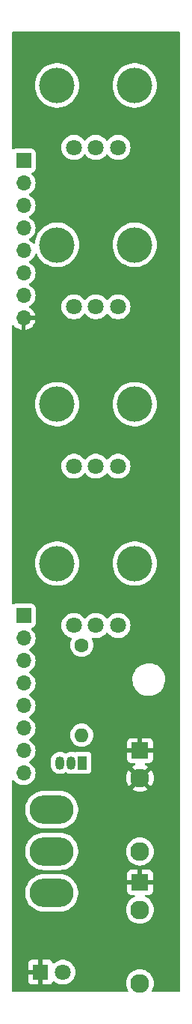
<source format=gbl>
G04 #@! TF.GenerationSoftware,KiCad,Pcbnew,7.0.7-7.0.7~ubuntu22.04.1*
G04 #@! TF.CreationDate,2024-01-01T18:28:32+01:00*
G04 #@! TF.ProjectId,Basic-ADSR,42617369-632d-4414-9453-522e6b696361,rev?*
G04 #@! TF.SameCoordinates,Original*
G04 #@! TF.FileFunction,Copper,L2,Bot*
G04 #@! TF.FilePolarity,Positive*
%FSLAX46Y46*%
G04 Gerber Fmt 4.6, Leading zero omitted, Abs format (unit mm)*
G04 Created by KiCad (PCBNEW 7.0.7-7.0.7~ubuntu22.04.1) date 2024-01-01 18:28:32*
%MOMM*%
%LPD*%
G01*
G04 APERTURE LIST*
G04 #@! TA.AperFunction,ComponentPad*
%ADD10R,1.800000X1.800000*%
G04 #@! TD*
G04 #@! TA.AperFunction,ComponentPad*
%ADD11C,1.800000*%
G04 #@! TD*
G04 #@! TA.AperFunction,WasherPad*
%ADD12C,4.000000*%
G04 #@! TD*
G04 #@! TA.AperFunction,ComponentPad*
%ADD13C,1.600000*%
G04 #@! TD*
G04 #@! TA.AperFunction,ComponentPad*
%ADD14O,1.600000X1.600000*%
G04 #@! TD*
G04 #@! TA.AperFunction,ComponentPad*
%ADD15O,5.000000X3.200000*%
G04 #@! TD*
G04 #@! TA.AperFunction,ComponentPad*
%ADD16R,1.930000X1.830000*%
G04 #@! TD*
G04 #@! TA.AperFunction,ComponentPad*
%ADD17C,2.130000*%
G04 #@! TD*
G04 #@! TA.AperFunction,ComponentPad*
%ADD18R,1.050000X1.500000*%
G04 #@! TD*
G04 #@! TA.AperFunction,ComponentPad*
%ADD19O,1.050000X1.500000*%
G04 #@! TD*
G04 #@! TA.AperFunction,ComponentPad*
%ADD20R,1.700000X1.700000*%
G04 #@! TD*
G04 #@! TA.AperFunction,ComponentPad*
%ADD21O,1.700000X1.700000*%
G04 #@! TD*
G04 APERTURE END LIST*
D10*
X67725000Y-140750000D03*
D11*
X70265000Y-140750000D03*
D12*
X69600000Y-76600000D03*
X78400000Y-76600000D03*
D11*
X71500000Y-83600000D03*
X74000000Y-83600000D03*
X76500000Y-83600000D03*
D13*
X72400000Y-103820000D03*
D14*
X72400000Y-113980000D03*
D12*
X69600000Y-58600000D03*
X78400000Y-58600000D03*
D11*
X71500000Y-65600000D03*
X74000000Y-65600000D03*
X76500000Y-65600000D03*
D12*
X69600000Y-94600000D03*
X78400000Y-94600000D03*
D11*
X71500000Y-101600000D03*
X74000000Y-101600000D03*
X76500000Y-101600000D03*
D15*
X69000000Y-131800000D03*
X69000000Y-127100000D03*
X69000000Y-122400000D03*
D16*
X79000000Y-130600000D03*
D17*
X79000000Y-142000000D03*
X79000000Y-133700000D03*
D16*
X79000000Y-115720000D03*
D17*
X79000000Y-127120000D03*
X79000000Y-118820000D03*
D12*
X69600000Y-40600000D03*
X78400000Y-40600000D03*
D11*
X71500000Y-47600000D03*
X74000000Y-47600000D03*
X76500000Y-47600000D03*
D18*
X72470000Y-117100000D03*
D19*
X71200000Y-117100000D03*
X69930000Y-117100000D03*
D20*
X65800000Y-49100000D03*
D21*
X65800000Y-51640000D03*
X65800000Y-54180000D03*
X65800000Y-56720000D03*
X65800000Y-59260000D03*
X65800000Y-61800000D03*
X65800000Y-64340000D03*
X65800000Y-66880000D03*
D20*
X65800000Y-100500000D03*
D21*
X65800000Y-103040000D03*
X65800000Y-105580000D03*
X65800000Y-108120000D03*
X65800000Y-110660000D03*
X65800000Y-113200000D03*
X65800000Y-115740000D03*
X65800000Y-118280000D03*
G04 #@! TA.AperFunction,Conductor*
G36*
X83442539Y-34520185D02*
G01*
X83488294Y-34572989D01*
X83499500Y-34624500D01*
X83499500Y-142875500D01*
X83479815Y-142942539D01*
X83427011Y-142988294D01*
X83375500Y-142999500D01*
X80454368Y-142999500D01*
X80387329Y-142979815D01*
X80341574Y-142927011D01*
X80331630Y-142857853D01*
X80348641Y-142810710D01*
X80406334Y-142716563D01*
X80406333Y-142716562D01*
X80501115Y-142487742D01*
X80558934Y-142246911D01*
X80578366Y-142000000D01*
X80558934Y-141753089D01*
X80501115Y-141512258D01*
X80406334Y-141283437D01*
X80276925Y-141072260D01*
X80116073Y-140883927D01*
X79927740Y-140723075D01*
X79716563Y-140593666D01*
X79716562Y-140593665D01*
X79716558Y-140593663D01*
X79523416Y-140513662D01*
X79487742Y-140498885D01*
X79246911Y-140441066D01*
X79246909Y-140441065D01*
X79246906Y-140441065D01*
X79028358Y-140423865D01*
X79000000Y-140421634D01*
X78999999Y-140421634D01*
X78753093Y-140441065D01*
X78753088Y-140441066D01*
X78753089Y-140441066D01*
X78512258Y-140498885D01*
X78512256Y-140498885D01*
X78512255Y-140498886D01*
X78283441Y-140593663D01*
X78072259Y-140723075D01*
X77883927Y-140883927D01*
X77723075Y-141072259D01*
X77593663Y-141283441D01*
X77498886Y-141512255D01*
X77498885Y-141512258D01*
X77473478Y-141618084D01*
X77441065Y-141753093D01*
X77421634Y-141999999D01*
X77441065Y-142246906D01*
X77441065Y-142246909D01*
X77441066Y-142246911D01*
X77498885Y-142487742D01*
X77498886Y-142487744D01*
X77593665Y-142716563D01*
X77651359Y-142810710D01*
X77669604Y-142878156D01*
X77648488Y-142944758D01*
X77594716Y-142989372D01*
X77545632Y-142999500D01*
X64624500Y-142999500D01*
X64557461Y-142979815D01*
X64511706Y-142927011D01*
X64500500Y-142875500D01*
X64500500Y-141697844D01*
X66325000Y-141697844D01*
X66331401Y-141757372D01*
X66331403Y-141757379D01*
X66381645Y-141892086D01*
X66381649Y-141892093D01*
X66467809Y-142007187D01*
X66467812Y-142007190D01*
X66582906Y-142093350D01*
X66582913Y-142093354D01*
X66717620Y-142143596D01*
X66717627Y-142143598D01*
X66777155Y-142149999D01*
X66777172Y-142150000D01*
X67475000Y-142150000D01*
X67475000Y-141311821D01*
X67494685Y-141244782D01*
X67547489Y-141199027D01*
X67616647Y-141189083D01*
X67635547Y-141193329D01*
X67657173Y-141200000D01*
X67758723Y-141200000D01*
X67758724Y-141200000D01*
X67832519Y-141188877D01*
X67901742Y-141198350D01*
X67954857Y-141243744D01*
X67974997Y-141310648D01*
X67975000Y-141311492D01*
X67975000Y-142150000D01*
X68672828Y-142150000D01*
X68672844Y-142149999D01*
X68732372Y-142143598D01*
X68732379Y-142143596D01*
X68867086Y-142093354D01*
X68867093Y-142093350D01*
X68982187Y-142007190D01*
X68982190Y-142007187D01*
X69068350Y-141892093D01*
X69068355Y-141892084D01*
X69093940Y-141823486D01*
X69135810Y-141767552D01*
X69201274Y-141743134D01*
X69269547Y-141757985D01*
X69301349Y-141782832D01*
X69307780Y-141789818D01*
X69491983Y-141933190D01*
X69491985Y-141933191D01*
X69491988Y-141933193D01*
X69611331Y-141997777D01*
X69697273Y-142044287D01*
X69811914Y-142083643D01*
X69918045Y-142120079D01*
X69918047Y-142120079D01*
X69918049Y-142120080D01*
X70148288Y-142158500D01*
X70148289Y-142158500D01*
X70381711Y-142158500D01*
X70381712Y-142158500D01*
X70611951Y-142120080D01*
X70832727Y-142044287D01*
X71038017Y-141933190D01*
X71222220Y-141789818D01*
X71380314Y-141618083D01*
X71507984Y-141422669D01*
X71601749Y-141208907D01*
X71659051Y-140982626D01*
X71678327Y-140750000D01*
X71659051Y-140517374D01*
X71601749Y-140291093D01*
X71507984Y-140077331D01*
X71380314Y-139881917D01*
X71380313Y-139881915D01*
X71222223Y-139710185D01*
X71222222Y-139710184D01*
X71222220Y-139710182D01*
X71038017Y-139566810D01*
X71038015Y-139566809D01*
X71038014Y-139566808D01*
X71038011Y-139566806D01*
X70832733Y-139455716D01*
X70832730Y-139455715D01*
X70832727Y-139455713D01*
X70832721Y-139455711D01*
X70832719Y-139455710D01*
X70611954Y-139379920D01*
X70432650Y-139350000D01*
X70381712Y-139341500D01*
X70148288Y-139341500D01*
X70102240Y-139349184D01*
X69918045Y-139379920D01*
X69697280Y-139455710D01*
X69697266Y-139455716D01*
X69491988Y-139566806D01*
X69491985Y-139566808D01*
X69307781Y-139710181D01*
X69307776Y-139710185D01*
X69301346Y-139717170D01*
X69241457Y-139753157D01*
X69171619Y-139751052D01*
X69114005Y-139711524D01*
X69093940Y-139676513D01*
X69068355Y-139607915D01*
X69068350Y-139607906D01*
X68982190Y-139492812D01*
X68982187Y-139492809D01*
X68867093Y-139406649D01*
X68867086Y-139406645D01*
X68732379Y-139356403D01*
X68732372Y-139356401D01*
X68672844Y-139350000D01*
X67975000Y-139350000D01*
X67975000Y-140188178D01*
X67955315Y-140255217D01*
X67902511Y-140300972D01*
X67833353Y-140310916D01*
X67814454Y-140306670D01*
X67792829Y-140300000D01*
X67792827Y-140300000D01*
X67691276Y-140300000D01*
X67691268Y-140300000D01*
X67617481Y-140311122D01*
X67548256Y-140301649D01*
X67495143Y-140256254D01*
X67475003Y-140189350D01*
X67475000Y-140188507D01*
X67475000Y-139350000D01*
X66777155Y-139350000D01*
X66717627Y-139356401D01*
X66717620Y-139356403D01*
X66582913Y-139406645D01*
X66582906Y-139406649D01*
X66467812Y-139492809D01*
X66467809Y-139492812D01*
X66381649Y-139607906D01*
X66381645Y-139607913D01*
X66331403Y-139742620D01*
X66331401Y-139742627D01*
X66325000Y-139802155D01*
X66325000Y-140500000D01*
X67164997Y-140500000D01*
X67232036Y-140519685D01*
X67277791Y-140572489D01*
X67287735Y-140641647D01*
X67285888Y-140651592D01*
X67271189Y-140715992D01*
X67271189Y-140715993D01*
X67282021Y-140860532D01*
X67279920Y-140860689D01*
X67276405Y-140918139D01*
X67235110Y-140974499D01*
X67169899Y-140999587D01*
X67159784Y-141000000D01*
X66325000Y-141000000D01*
X66325000Y-141697844D01*
X64500500Y-141697844D01*
X64500500Y-131944225D01*
X65991500Y-131944225D01*
X66020696Y-132156647D01*
X66030777Y-132229988D01*
X66030778Y-132229995D01*
X66108600Y-132507745D01*
X66223516Y-132772309D01*
X66373393Y-133018771D01*
X66555428Y-133242522D01*
X66766236Y-133439404D01*
X66766238Y-133439405D01*
X66766242Y-133439409D01*
X67001896Y-133605752D01*
X67001895Y-133605752D01*
X67001897Y-133605753D01*
X67258008Y-133738459D01*
X67456030Y-133808836D01*
X67529798Y-133835053D01*
X67529814Y-133835058D01*
X67730319Y-133876722D01*
X67812220Y-133893741D01*
X67812221Y-133893742D01*
X67848180Y-133896201D01*
X68027971Y-133908500D01*
X68027976Y-133908500D01*
X69972024Y-133908500D01*
X69972029Y-133908500D01*
X70187778Y-133893742D01*
X70314870Y-133867331D01*
X70470185Y-133835058D01*
X70470191Y-133835055D01*
X70470196Y-133835055D01*
X70741992Y-133738459D01*
X70816215Y-133700000D01*
X77421634Y-133700000D01*
X77441065Y-133946906D01*
X77441065Y-133946909D01*
X77441066Y-133946911D01*
X77498885Y-134187742D01*
X77498886Y-134187744D01*
X77593663Y-134416558D01*
X77593665Y-134416562D01*
X77593666Y-134416563D01*
X77723075Y-134627740D01*
X77883927Y-134816073D01*
X78072260Y-134976925D01*
X78283437Y-135106334D01*
X78283439Y-135106334D01*
X78283441Y-135106336D01*
X78354786Y-135135888D01*
X78512258Y-135201115D01*
X78753089Y-135258934D01*
X79000000Y-135278366D01*
X79246911Y-135258934D01*
X79487742Y-135201115D01*
X79716563Y-135106334D01*
X79927740Y-134976925D01*
X80116073Y-134816073D01*
X80276925Y-134627740D01*
X80406334Y-134416563D01*
X80501115Y-134187742D01*
X80558934Y-133946911D01*
X80578366Y-133700000D01*
X80558934Y-133453089D01*
X80501115Y-133212258D01*
X80406334Y-132983437D01*
X80276925Y-132772260D01*
X80116073Y-132583927D01*
X79927740Y-132423075D01*
X79716563Y-132293666D01*
X79716561Y-132293665D01*
X79716556Y-132293662D01*
X79619742Y-132253561D01*
X79565338Y-132209720D01*
X79543273Y-132143426D01*
X79560552Y-132075727D01*
X79611689Y-132028116D01*
X79667194Y-132015000D01*
X80012828Y-132015000D01*
X80012844Y-132014999D01*
X80072372Y-132008598D01*
X80072379Y-132008596D01*
X80207086Y-131958354D01*
X80207093Y-131958350D01*
X80322187Y-131872190D01*
X80322190Y-131872187D01*
X80408350Y-131757093D01*
X80408354Y-131757086D01*
X80458596Y-131622379D01*
X80458598Y-131622372D01*
X80464999Y-131562844D01*
X80465000Y-131562827D01*
X80465000Y-130850000D01*
X79723199Y-130850000D01*
X79656160Y-130830315D01*
X79610405Y-130777511D01*
X79600461Y-130708353D01*
X79601396Y-130702764D01*
X79613635Y-130638607D01*
X79603957Y-130484789D01*
X79603956Y-130484788D01*
X79603768Y-130481787D01*
X79619204Y-130413643D01*
X79669030Y-130364663D01*
X79727523Y-130350000D01*
X80465000Y-130350000D01*
X80465000Y-129637172D01*
X80464999Y-129637155D01*
X80458598Y-129577627D01*
X80458596Y-129577620D01*
X80408354Y-129442913D01*
X80408350Y-129442906D01*
X80322190Y-129327812D01*
X80322187Y-129327809D01*
X80207093Y-129241649D01*
X80207086Y-129241645D01*
X80072379Y-129191403D01*
X80072372Y-129191401D01*
X80012844Y-129185000D01*
X79250000Y-129185000D01*
X79250000Y-129874543D01*
X79230315Y-129941582D01*
X79177511Y-129987337D01*
X79108353Y-129997281D01*
X79095166Y-129994648D01*
X79077064Y-129990000D01*
X79077061Y-129990000D01*
X78961625Y-129990000D01*
X78961615Y-129990000D01*
X78889542Y-129999106D01*
X78820564Y-129987979D01*
X78768551Y-129941327D01*
X78750000Y-129876084D01*
X78750000Y-129185000D01*
X77987155Y-129185000D01*
X77927627Y-129191401D01*
X77927620Y-129191403D01*
X77792913Y-129241645D01*
X77792906Y-129241649D01*
X77677812Y-129327809D01*
X77677809Y-129327812D01*
X77591649Y-129442906D01*
X77591645Y-129442913D01*
X77541403Y-129577620D01*
X77541401Y-129577627D01*
X77535000Y-129637155D01*
X77535000Y-130350000D01*
X78276801Y-130350000D01*
X78343840Y-130369685D01*
X78389595Y-130422489D01*
X78399539Y-130491647D01*
X78398604Y-130497236D01*
X78386365Y-130561392D01*
X78386365Y-130561393D01*
X78396232Y-130718213D01*
X78380796Y-130786357D01*
X78330970Y-130835337D01*
X78272477Y-130850000D01*
X77535000Y-130850000D01*
X77535000Y-131562844D01*
X77541401Y-131622372D01*
X77541403Y-131622379D01*
X77591645Y-131757086D01*
X77591649Y-131757093D01*
X77677809Y-131872187D01*
X77677812Y-131872190D01*
X77792906Y-131958350D01*
X77792913Y-131958354D01*
X77927620Y-132008596D01*
X77927627Y-132008598D01*
X77987155Y-132014999D01*
X77987172Y-132015000D01*
X78332806Y-132015000D01*
X78399845Y-132034685D01*
X78445600Y-132087489D01*
X78455544Y-132156647D01*
X78426519Y-132220203D01*
X78380258Y-132253561D01*
X78283443Y-132293662D01*
X78072259Y-132423075D01*
X77883927Y-132583927D01*
X77723075Y-132772259D01*
X77593663Y-132983441D01*
X77498886Y-133212255D01*
X77441065Y-133453093D01*
X77421634Y-133700000D01*
X70816215Y-133700000D01*
X70998103Y-133605753D01*
X71233758Y-133439409D01*
X71444568Y-133242526D01*
X71626606Y-133018772D01*
X71776481Y-132772314D01*
X71891400Y-132507744D01*
X71969223Y-132229989D01*
X72008500Y-131944225D01*
X72008500Y-131655775D01*
X71969223Y-131370011D01*
X71891400Y-131092256D01*
X71820684Y-130929452D01*
X71776483Y-130827690D01*
X71745968Y-130777511D01*
X71626606Y-130581228D01*
X71548147Y-130484789D01*
X71444571Y-130357477D01*
X71233763Y-130160595D01*
X71233760Y-130160592D01*
X71233758Y-130160591D01*
X70998103Y-129994247D01*
X70998104Y-129994247D01*
X70741990Y-129861540D01*
X70470201Y-129764946D01*
X70470185Y-129764941D01*
X70187780Y-129706258D01*
X70187778Y-129706257D01*
X70027009Y-129695260D01*
X69972029Y-129691500D01*
X68027971Y-129691500D01*
X67975656Y-129695078D01*
X67812221Y-129706257D01*
X67812219Y-129706258D01*
X67529814Y-129764941D01*
X67529798Y-129764946D01*
X67258009Y-129861540D01*
X67001896Y-129994247D01*
X66907039Y-130061205D01*
X66766242Y-130160591D01*
X66766239Y-130160592D01*
X66766237Y-130160595D01*
X66766236Y-130160595D01*
X66555428Y-130357477D01*
X66373393Y-130581228D01*
X66223516Y-130827690D01*
X66108600Y-131092254D01*
X66030778Y-131370004D01*
X66030777Y-131370011D01*
X65991500Y-131655775D01*
X65991500Y-131944225D01*
X64500500Y-131944225D01*
X64500500Y-131048205D01*
X64500500Y-127244225D01*
X65991500Y-127244225D01*
X66030777Y-127529988D01*
X66030778Y-127529995D01*
X66108600Y-127807745D01*
X66223516Y-128072309D01*
X66373393Y-128318771D01*
X66555428Y-128542522D01*
X66766236Y-128739404D01*
X66766238Y-128739405D01*
X66766242Y-128739409D01*
X67001896Y-128905752D01*
X67001895Y-128905752D01*
X67001897Y-128905753D01*
X67258008Y-129038459D01*
X67456030Y-129108836D01*
X67529798Y-129135053D01*
X67529814Y-129135058D01*
X67730319Y-129176722D01*
X67812220Y-129193741D01*
X67812221Y-129193742D01*
X67848180Y-129196201D01*
X68027971Y-129208500D01*
X68027976Y-129208500D01*
X69972024Y-129208500D01*
X69972029Y-129208500D01*
X70187778Y-129193742D01*
X70314870Y-129167331D01*
X70470185Y-129135058D01*
X70470191Y-129135055D01*
X70470196Y-129135055D01*
X70741992Y-129038459D01*
X70998103Y-128905753D01*
X71233758Y-128739409D01*
X71444568Y-128542526D01*
X71626606Y-128318772D01*
X71776481Y-128072314D01*
X71891400Y-127807744D01*
X71969223Y-127529989D01*
X72008500Y-127244225D01*
X72008500Y-127119999D01*
X77421634Y-127119999D01*
X77441065Y-127366906D01*
X77441065Y-127366909D01*
X77441066Y-127366911D01*
X77498885Y-127607742D01*
X77498886Y-127607744D01*
X77593663Y-127836558D01*
X77593665Y-127836562D01*
X77593666Y-127836563D01*
X77723075Y-128047740D01*
X77883927Y-128236073D01*
X78072260Y-128396925D01*
X78283437Y-128526334D01*
X78283439Y-128526334D01*
X78283441Y-128526336D01*
X78354786Y-128555888D01*
X78512258Y-128621115D01*
X78753089Y-128678934D01*
X79000000Y-128698366D01*
X79246911Y-128678934D01*
X79487742Y-128621115D01*
X79716563Y-128526334D01*
X79927740Y-128396925D01*
X80116073Y-128236073D01*
X80276925Y-128047740D01*
X80406334Y-127836563D01*
X80501115Y-127607742D01*
X80558934Y-127366911D01*
X80578366Y-127120000D01*
X80558934Y-126873089D01*
X80501115Y-126632258D01*
X80406334Y-126403437D01*
X80276925Y-126192260D01*
X80116073Y-126003927D01*
X79927740Y-125843075D01*
X79716563Y-125713666D01*
X79716562Y-125713665D01*
X79716558Y-125713663D01*
X79487744Y-125618886D01*
X79487742Y-125618885D01*
X79246911Y-125561066D01*
X79246909Y-125561065D01*
X79246906Y-125561065D01*
X79000000Y-125541634D01*
X78753093Y-125561065D01*
X78753088Y-125561066D01*
X78753089Y-125561066D01*
X78512258Y-125618885D01*
X78512256Y-125618885D01*
X78512255Y-125618886D01*
X78283441Y-125713663D01*
X78072259Y-125843075D01*
X77883927Y-126003927D01*
X77723075Y-126192259D01*
X77593663Y-126403441D01*
X77498886Y-126632255D01*
X77441065Y-126873093D01*
X77421634Y-127119999D01*
X72008500Y-127119999D01*
X72008500Y-126955775D01*
X71969223Y-126670011D01*
X71891400Y-126392256D01*
X71853093Y-126304065D01*
X71776483Y-126127690D01*
X71626606Y-125881228D01*
X71444571Y-125657477D01*
X71233763Y-125460595D01*
X71233760Y-125460592D01*
X71233758Y-125460591D01*
X70998103Y-125294247D01*
X70998104Y-125294247D01*
X70741990Y-125161540D01*
X70470201Y-125064946D01*
X70470185Y-125064941D01*
X70187780Y-125006258D01*
X70187778Y-125006257D01*
X70027009Y-124995260D01*
X69972029Y-124991500D01*
X68027971Y-124991500D01*
X67975656Y-124995078D01*
X67812221Y-125006257D01*
X67812219Y-125006258D01*
X67529814Y-125064941D01*
X67529798Y-125064946D01*
X67258009Y-125161540D01*
X67001896Y-125294247D01*
X66860502Y-125394054D01*
X66766242Y-125460591D01*
X66766239Y-125460592D01*
X66766237Y-125460595D01*
X66766236Y-125460595D01*
X66555428Y-125657477D01*
X66373393Y-125881228D01*
X66223516Y-126127690D01*
X66108600Y-126392254D01*
X66030778Y-126670004D01*
X66030777Y-126670011D01*
X65991500Y-126955774D01*
X65991500Y-127244225D01*
X64500500Y-127244225D01*
X64500499Y-122544225D01*
X65991500Y-122544225D01*
X66030777Y-122829988D01*
X66030778Y-122829995D01*
X66108600Y-123107745D01*
X66223516Y-123372309D01*
X66373393Y-123618771D01*
X66555428Y-123842522D01*
X66766236Y-124039404D01*
X66766238Y-124039405D01*
X66766242Y-124039409D01*
X67001896Y-124205752D01*
X67001895Y-124205752D01*
X67001897Y-124205753D01*
X67258008Y-124338459D01*
X67456030Y-124408836D01*
X67529798Y-124435053D01*
X67529814Y-124435058D01*
X67730319Y-124476722D01*
X67812220Y-124493741D01*
X67812221Y-124493742D01*
X67848180Y-124496201D01*
X68027971Y-124508500D01*
X68027976Y-124508500D01*
X69972024Y-124508500D01*
X69972029Y-124508500D01*
X70187778Y-124493742D01*
X70314870Y-124467331D01*
X70470185Y-124435058D01*
X70470191Y-124435055D01*
X70470196Y-124435055D01*
X70741992Y-124338459D01*
X70998103Y-124205753D01*
X71233758Y-124039409D01*
X71444568Y-123842526D01*
X71626606Y-123618772D01*
X71776481Y-123372314D01*
X71891400Y-123107744D01*
X71969223Y-122829989D01*
X72008500Y-122544225D01*
X72008500Y-122255775D01*
X71969223Y-121970011D01*
X71891400Y-121692256D01*
X71776481Y-121427686D01*
X71626606Y-121181228D01*
X71626605Y-121181227D01*
X71444571Y-120957477D01*
X71233763Y-120760595D01*
X71233760Y-120760592D01*
X71233758Y-120760591D01*
X70998103Y-120594247D01*
X70998104Y-120594247D01*
X70741990Y-120461540D01*
X70470201Y-120364946D01*
X70470185Y-120364941D01*
X70187780Y-120306258D01*
X70187778Y-120306257D01*
X70027009Y-120295260D01*
X69972029Y-120291500D01*
X68027971Y-120291500D01*
X67975656Y-120295078D01*
X67812221Y-120306257D01*
X67812219Y-120306258D01*
X67529814Y-120364941D01*
X67529798Y-120364946D01*
X67258009Y-120461540D01*
X67001896Y-120594247D01*
X66860502Y-120694054D01*
X66766242Y-120760591D01*
X66766239Y-120760592D01*
X66766237Y-120760595D01*
X66766236Y-120760595D01*
X66555428Y-120957477D01*
X66373393Y-121181228D01*
X66223516Y-121427690D01*
X66108600Y-121692254D01*
X66030778Y-121970004D01*
X66030777Y-121970011D01*
X65991500Y-122255774D01*
X65991500Y-122544225D01*
X64500499Y-122544225D01*
X64500499Y-119190954D01*
X64520184Y-119123916D01*
X64572988Y-119078161D01*
X64642146Y-119068217D01*
X64705702Y-119097242D01*
X64722360Y-119114802D01*
X64724287Y-119117279D01*
X64876756Y-119282902D01*
X64876760Y-119282906D01*
X65054424Y-119421189D01*
X65054425Y-119421189D01*
X65054427Y-119421191D01*
X65105781Y-119448982D01*
X65252426Y-119528342D01*
X65465365Y-119601444D01*
X65687431Y-119638500D01*
X65912569Y-119638500D01*
X66134635Y-119601444D01*
X66347574Y-119528342D01*
X66545576Y-119421189D01*
X66723240Y-119282906D01*
X66875722Y-119117268D01*
X66998860Y-118928791D01*
X67046580Y-118819999D01*
X77430161Y-118819999D01*
X77449487Y-119065574D01*
X77506992Y-119305102D01*
X77601262Y-119532692D01*
X77727597Y-119738849D01*
X78237807Y-119228638D01*
X78299130Y-119195153D01*
X78368821Y-119200137D01*
X78418303Y-119234092D01*
X78525723Y-119355344D01*
X78525725Y-119355346D01*
X78576313Y-119390264D01*
X78576314Y-119390265D01*
X78620304Y-119444548D01*
X78627964Y-119513996D01*
X78596861Y-119576561D01*
X78593555Y-119579996D01*
X78081149Y-120092401D01*
X78081149Y-120092402D01*
X78287307Y-120218737D01*
X78514897Y-120313007D01*
X78754426Y-120370512D01*
X78754425Y-120370512D01*
X79000000Y-120389838D01*
X79245574Y-120370512D01*
X79485102Y-120313007D01*
X79712689Y-120218738D01*
X79918849Y-120092401D01*
X79406443Y-119579996D01*
X79372958Y-119518673D01*
X79377942Y-119448982D01*
X79419813Y-119393048D01*
X79423650Y-119390289D01*
X79474275Y-119355346D01*
X79581697Y-119234091D01*
X79640883Y-119196967D01*
X79710749Y-119197734D01*
X79762191Y-119228639D01*
X80272401Y-119738849D01*
X80398738Y-119532689D01*
X80493007Y-119305102D01*
X80550512Y-119065574D01*
X80569838Y-118820000D01*
X80550512Y-118574425D01*
X80493007Y-118334897D01*
X80398737Y-118107307D01*
X80272401Y-117901149D01*
X79762191Y-118411360D01*
X79700868Y-118444845D01*
X79631176Y-118439861D01*
X79581695Y-118405906D01*
X79474275Y-118284654D01*
X79474274Y-118284653D01*
X79474273Y-118284652D01*
X79423683Y-118249732D01*
X79379693Y-118195449D01*
X79372034Y-118126001D01*
X79403138Y-118063436D01*
X79406443Y-118060002D01*
X79918849Y-117547597D01*
X79918849Y-117547596D01*
X79712691Y-117421262D01*
X79712688Y-117421260D01*
X79597530Y-117373561D01*
X79543126Y-117329720D01*
X79521061Y-117263426D01*
X79538340Y-117195727D01*
X79589477Y-117148116D01*
X79644982Y-117135000D01*
X80012828Y-117135000D01*
X80012844Y-117134999D01*
X80072372Y-117128598D01*
X80072379Y-117128596D01*
X80207086Y-117078354D01*
X80207093Y-117078350D01*
X80322187Y-116992190D01*
X80322190Y-116992187D01*
X80408350Y-116877093D01*
X80408354Y-116877086D01*
X80458596Y-116742379D01*
X80458598Y-116742372D01*
X80464999Y-116682844D01*
X80465000Y-116682827D01*
X80465000Y-115970000D01*
X79723199Y-115970000D01*
X79656160Y-115950315D01*
X79610405Y-115897511D01*
X79600461Y-115828353D01*
X79601396Y-115822764D01*
X79613635Y-115758607D01*
X79603957Y-115604789D01*
X79603956Y-115604788D01*
X79603768Y-115601787D01*
X79619204Y-115533643D01*
X79669030Y-115484663D01*
X79727523Y-115470000D01*
X80465000Y-115470000D01*
X80465000Y-114757172D01*
X80464999Y-114757155D01*
X80458598Y-114697627D01*
X80458596Y-114697620D01*
X80408354Y-114562913D01*
X80408350Y-114562906D01*
X80322190Y-114447812D01*
X80322187Y-114447809D01*
X80207093Y-114361649D01*
X80207086Y-114361645D01*
X80072379Y-114311403D01*
X80072372Y-114311401D01*
X80012844Y-114305000D01*
X79250000Y-114305000D01*
X79250000Y-114994543D01*
X79230315Y-115061582D01*
X79177511Y-115107337D01*
X79108353Y-115117281D01*
X79095166Y-115114648D01*
X79077064Y-115110000D01*
X79077061Y-115110000D01*
X78961625Y-115110000D01*
X78961615Y-115110000D01*
X78889542Y-115119106D01*
X78820564Y-115107979D01*
X78768551Y-115061327D01*
X78750000Y-114996084D01*
X78750000Y-114305000D01*
X77987155Y-114305000D01*
X77927627Y-114311401D01*
X77927620Y-114311403D01*
X77792913Y-114361645D01*
X77792906Y-114361649D01*
X77677812Y-114447809D01*
X77677809Y-114447812D01*
X77591649Y-114562906D01*
X77591645Y-114562913D01*
X77541403Y-114697620D01*
X77541401Y-114697627D01*
X77535000Y-114757155D01*
X77535000Y-115470000D01*
X78276801Y-115470000D01*
X78343840Y-115489685D01*
X78389595Y-115542489D01*
X78399539Y-115611647D01*
X78398604Y-115617230D01*
X78386365Y-115681393D01*
X78390052Y-115740000D01*
X78396232Y-115838213D01*
X78380796Y-115906357D01*
X78330970Y-115955337D01*
X78272477Y-115970000D01*
X77535000Y-115970000D01*
X77535000Y-116682844D01*
X77541401Y-116742372D01*
X77541403Y-116742379D01*
X77591645Y-116877086D01*
X77591649Y-116877093D01*
X77677809Y-116992187D01*
X77677812Y-116992190D01*
X77792906Y-117078350D01*
X77792913Y-117078354D01*
X77927620Y-117128596D01*
X77927627Y-117128598D01*
X77987155Y-117134999D01*
X77987172Y-117135000D01*
X78355018Y-117135000D01*
X78422057Y-117154685D01*
X78467812Y-117207489D01*
X78477756Y-117276647D01*
X78448731Y-117340203D01*
X78402470Y-117373561D01*
X78287311Y-117421260D01*
X78287308Y-117421262D01*
X78081149Y-117547597D01*
X78593556Y-118060003D01*
X78627041Y-118121326D01*
X78622057Y-118191017D01*
X78580186Y-118246951D01*
X78576315Y-118249734D01*
X78525723Y-118284655D01*
X78418304Y-118405906D01*
X78359115Y-118443033D01*
X78289249Y-118442265D01*
X78237808Y-118411360D01*
X77727597Y-117901149D01*
X77601262Y-118107307D01*
X77506992Y-118334897D01*
X77449487Y-118574425D01*
X77430161Y-118819999D01*
X67046580Y-118819999D01*
X67089296Y-118722616D01*
X67144564Y-118504368D01*
X67144565Y-118504359D01*
X67163156Y-118280005D01*
X67163156Y-118279994D01*
X67144565Y-118055640D01*
X67144563Y-118055628D01*
X67120145Y-117959204D01*
X67089296Y-117837384D01*
X66998860Y-117631209D01*
X66875722Y-117442732D01*
X66875719Y-117442729D01*
X66875715Y-117442723D01*
X66814080Y-117375771D01*
X68896500Y-117375771D01*
X68911453Y-117527599D01*
X68931152Y-117592539D01*
X68970550Y-117722417D01*
X68970551Y-117722420D01*
X68970552Y-117722421D01*
X68970553Y-117722424D01*
X69066514Y-117901954D01*
X69066517Y-117901959D01*
X69195668Y-118059331D01*
X69294999Y-118140849D01*
X69353040Y-118188482D01*
X69353043Y-118188483D01*
X69353045Y-118188485D01*
X69532575Y-118284446D01*
X69532576Y-118284446D01*
X69532583Y-118284450D01*
X69727399Y-118343546D01*
X69727398Y-118343546D01*
X69747353Y-118345511D01*
X69930000Y-118363501D01*
X70132601Y-118343546D01*
X70327417Y-118284450D01*
X70506547Y-118188702D01*
X70574948Y-118174461D01*
X70623452Y-118188703D01*
X70802575Y-118284446D01*
X70802576Y-118284446D01*
X70802583Y-118284450D01*
X70997399Y-118343546D01*
X70997398Y-118343546D01*
X71015563Y-118345335D01*
X71200000Y-118363501D01*
X71402601Y-118343546D01*
X71593876Y-118285523D01*
X71663738Y-118284901D01*
X71690250Y-118298023D01*
X71691008Y-118296637D01*
X71698793Y-118300888D01*
X71813163Y-118343546D01*
X71835799Y-118351989D01*
X71863050Y-118354918D01*
X71896345Y-118358499D01*
X71896362Y-118358500D01*
X73043638Y-118358500D01*
X73043654Y-118358499D01*
X73070692Y-118355591D01*
X73104201Y-118351989D01*
X73241204Y-118300889D01*
X73358261Y-118213261D01*
X73445889Y-118096204D01*
X73496989Y-117959201D01*
X73503143Y-117901960D01*
X73503499Y-117898654D01*
X73503500Y-117898637D01*
X73503500Y-116301362D01*
X73503499Y-116301345D01*
X73500157Y-116270270D01*
X73496989Y-116240799D01*
X73445889Y-116103796D01*
X73358261Y-115986739D01*
X73241204Y-115899111D01*
X73236914Y-115897511D01*
X73104203Y-115848011D01*
X73043654Y-115841500D01*
X73043638Y-115841500D01*
X71896362Y-115841500D01*
X71896345Y-115841500D01*
X71835798Y-115848010D01*
X71698796Y-115899110D01*
X71691017Y-115903359D01*
X71689492Y-115900566D01*
X71638664Y-115919502D01*
X71593873Y-115914475D01*
X71557228Y-115903359D01*
X71402601Y-115856454D01*
X71402599Y-115856453D01*
X71402601Y-115856453D01*
X71200000Y-115836499D01*
X70997400Y-115856453D01*
X70882374Y-115891345D01*
X70802583Y-115915550D01*
X70802580Y-115915551D01*
X70802578Y-115915552D01*
X70802575Y-115915553D01*
X70623453Y-116011296D01*
X70555050Y-116025538D01*
X70506547Y-116011296D01*
X70327424Y-115915553D01*
X70327421Y-115915552D01*
X70327420Y-115915551D01*
X70327417Y-115915550D01*
X70132601Y-115856454D01*
X70132599Y-115856453D01*
X70132601Y-115856453D01*
X69930000Y-115836499D01*
X69727400Y-115856453D01*
X69612374Y-115891345D01*
X69532583Y-115915550D01*
X69532580Y-115915551D01*
X69532578Y-115915552D01*
X69532575Y-115915553D01*
X69353045Y-116011514D01*
X69353038Y-116011519D01*
X69195668Y-116140668D01*
X69066520Y-116298037D01*
X69066517Y-116298041D01*
X68970553Y-116477575D01*
X68970552Y-116477578D01*
X68911453Y-116672400D01*
X68896500Y-116824228D01*
X68896500Y-117375771D01*
X66814080Y-117375771D01*
X66723243Y-117277097D01*
X66723238Y-117277092D01*
X66604797Y-117184905D01*
X66545576Y-117138811D01*
X66509070Y-117119055D01*
X66459479Y-117069836D01*
X66444371Y-117001619D01*
X66468541Y-116936064D01*
X66509070Y-116900945D01*
X66509084Y-116900936D01*
X66545576Y-116881189D01*
X66723240Y-116742906D01*
X66875722Y-116577268D01*
X66998860Y-116388791D01*
X67089296Y-116182616D01*
X67144564Y-115964368D01*
X67144565Y-115964359D01*
X67163156Y-115740005D01*
X67163156Y-115739994D01*
X67144565Y-115515640D01*
X67144563Y-115515628D01*
X67099500Y-115337678D01*
X67089296Y-115297384D01*
X66998860Y-115091209D01*
X66875722Y-114902732D01*
X66875719Y-114902729D01*
X66875715Y-114902723D01*
X66723243Y-114737097D01*
X66723238Y-114737092D01*
X66545577Y-114598812D01*
X66545578Y-114598812D01*
X66545576Y-114598811D01*
X66509070Y-114579055D01*
X66459479Y-114529836D01*
X66444371Y-114461619D01*
X66468541Y-114396064D01*
X66509070Y-114360945D01*
X66509084Y-114360936D01*
X66545576Y-114341189D01*
X66723240Y-114202906D01*
X66875722Y-114037268D01*
X66913136Y-113980001D01*
X71086502Y-113980001D01*
X71106456Y-114208081D01*
X71106457Y-114208089D01*
X71165714Y-114429238D01*
X71165718Y-114429249D01*
X71235574Y-114579055D01*
X71262477Y-114636749D01*
X71393802Y-114824300D01*
X71555700Y-114986198D01*
X71743251Y-115117523D01*
X71868091Y-115175736D01*
X71950750Y-115214281D01*
X71950752Y-115214281D01*
X71950757Y-115214284D01*
X72171913Y-115273543D01*
X72334832Y-115287796D01*
X72399998Y-115293498D01*
X72400000Y-115293498D01*
X72400002Y-115293498D01*
X72457021Y-115288509D01*
X72628087Y-115273543D01*
X72849243Y-115214284D01*
X73056749Y-115117523D01*
X73244300Y-114986198D01*
X73406198Y-114824300D01*
X73537523Y-114636749D01*
X73634284Y-114429243D01*
X73693543Y-114208087D01*
X73713498Y-113980000D01*
X73693543Y-113751913D01*
X73634284Y-113530757D01*
X73537523Y-113323251D01*
X73406198Y-113135700D01*
X73244300Y-112973802D01*
X73056749Y-112842477D01*
X73056745Y-112842475D01*
X72849249Y-112745718D01*
X72849238Y-112745714D01*
X72628089Y-112686457D01*
X72628081Y-112686456D01*
X72400002Y-112666502D01*
X72399998Y-112666502D01*
X72171918Y-112686456D01*
X72171910Y-112686457D01*
X71950761Y-112745714D01*
X71950750Y-112745718D01*
X71743254Y-112842475D01*
X71743252Y-112842476D01*
X71743249Y-112842477D01*
X71743251Y-112842477D01*
X71555700Y-112973802D01*
X71555698Y-112973803D01*
X71555695Y-112973806D01*
X71393806Y-113135695D01*
X71262476Y-113323252D01*
X71262475Y-113323254D01*
X71165718Y-113530750D01*
X71165714Y-113530761D01*
X71106457Y-113751910D01*
X71106456Y-113751918D01*
X71086502Y-113979998D01*
X71086502Y-113980001D01*
X66913136Y-113980001D01*
X66998860Y-113848791D01*
X67089296Y-113642616D01*
X67144564Y-113424368D01*
X67163156Y-113200000D01*
X67157827Y-113135695D01*
X67144565Y-112975640D01*
X67144563Y-112975628D01*
X67141876Y-112965018D01*
X67089296Y-112757384D01*
X66998860Y-112551209D01*
X66875722Y-112362732D01*
X66875719Y-112362729D01*
X66875715Y-112362723D01*
X66723243Y-112197097D01*
X66723238Y-112197092D01*
X66545577Y-112058812D01*
X66545572Y-112058808D01*
X66509068Y-112039053D01*
X66459478Y-111989833D01*
X66444371Y-111921616D01*
X66468542Y-111856061D01*
X66509069Y-111820945D01*
X66545576Y-111801189D01*
X66723240Y-111662906D01*
X66875722Y-111497268D01*
X66998860Y-111308791D01*
X67089296Y-111102616D01*
X67144564Y-110884368D01*
X67163156Y-110660000D01*
X67144564Y-110435632D01*
X67089296Y-110217384D01*
X66998860Y-110011209D01*
X66875722Y-109822732D01*
X66875719Y-109822729D01*
X66875715Y-109822723D01*
X66723243Y-109657097D01*
X66723238Y-109657092D01*
X66604797Y-109564905D01*
X66545576Y-109518811D01*
X66509070Y-109499055D01*
X66459479Y-109449836D01*
X66444371Y-109381619D01*
X66468541Y-109316064D01*
X66509070Y-109280945D01*
X66509084Y-109280936D01*
X66545576Y-109261189D01*
X66723240Y-109122906D01*
X66875722Y-108957268D01*
X66998860Y-108768791D01*
X67089296Y-108562616D01*
X67144564Y-108344368D01*
X67159070Y-108169314D01*
X67163156Y-108120005D01*
X67163156Y-108119994D01*
X67144565Y-107895640D01*
X67144563Y-107895628D01*
X67141876Y-107885018D01*
X67112183Y-107767763D01*
X78145787Y-107767763D01*
X78175413Y-108037013D01*
X78175415Y-108037024D01*
X78243926Y-108299082D01*
X78243928Y-108299088D01*
X78349870Y-108548390D01*
X78421998Y-108666575D01*
X78490979Y-108779605D01*
X78490986Y-108779615D01*
X78664253Y-108987819D01*
X78664259Y-108987824D01*
X78825649Y-109132429D01*
X78865998Y-109168582D01*
X79091910Y-109318044D01*
X79337176Y-109433020D01*
X79337183Y-109433022D01*
X79337185Y-109433023D01*
X79596557Y-109511057D01*
X79596564Y-109511058D01*
X79596569Y-109511060D01*
X79864561Y-109550500D01*
X79864566Y-109550500D01*
X80067636Y-109550500D01*
X80119133Y-109546730D01*
X80270156Y-109535677D01*
X80382758Y-109510593D01*
X80534546Y-109476782D01*
X80534548Y-109476781D01*
X80534553Y-109476780D01*
X80787558Y-109380014D01*
X81023777Y-109247441D01*
X81238177Y-109081888D01*
X81426186Y-108886881D01*
X81583799Y-108666579D01*
X81657967Y-108522321D01*
X81707649Y-108425690D01*
X81707651Y-108425684D01*
X81707656Y-108425675D01*
X81795118Y-108169305D01*
X81844319Y-107902933D01*
X81854212Y-107632235D01*
X81824586Y-107362982D01*
X81756072Y-107100912D01*
X81650130Y-106851610D01*
X81509018Y-106620390D01*
X81477824Y-106582906D01*
X81335746Y-106412180D01*
X81335740Y-106412175D01*
X81134002Y-106231418D01*
X80908092Y-106081957D01*
X80781506Y-106022616D01*
X80662824Y-105966980D01*
X80662819Y-105966978D01*
X80662814Y-105966976D01*
X80403442Y-105888942D01*
X80403428Y-105888939D01*
X80287791Y-105871921D01*
X80135439Y-105849500D01*
X79932369Y-105849500D01*
X79932364Y-105849500D01*
X79729844Y-105864323D01*
X79729831Y-105864325D01*
X79465453Y-105923217D01*
X79465446Y-105923220D01*
X79212439Y-106019987D01*
X78976226Y-106152557D01*
X78761822Y-106318112D01*
X78573822Y-106513109D01*
X78573816Y-106513116D01*
X78416202Y-106733419D01*
X78416199Y-106733424D01*
X78292350Y-106974309D01*
X78292343Y-106974327D01*
X78204884Y-107230685D01*
X78204881Y-107230699D01*
X78155681Y-107497068D01*
X78155680Y-107497075D01*
X78145787Y-107767763D01*
X67112183Y-107767763D01*
X67089296Y-107677384D01*
X66998860Y-107471209D01*
X66875722Y-107282732D01*
X66875719Y-107282729D01*
X66875715Y-107282723D01*
X66723243Y-107117097D01*
X66723238Y-107117092D01*
X66545577Y-106978812D01*
X66545578Y-106978812D01*
X66545576Y-106978811D01*
X66509070Y-106959055D01*
X66459479Y-106909836D01*
X66444371Y-106841619D01*
X66468541Y-106776064D01*
X66509070Y-106740945D01*
X66509084Y-106740936D01*
X66545576Y-106721189D01*
X66723240Y-106582906D01*
X66875722Y-106417268D01*
X66998860Y-106228791D01*
X67089296Y-106022616D01*
X67144564Y-105804368D01*
X67163156Y-105580000D01*
X67144564Y-105355632D01*
X67089296Y-105137384D01*
X66998860Y-104931209D01*
X66875722Y-104742732D01*
X66875719Y-104742729D01*
X66875715Y-104742723D01*
X66723243Y-104577097D01*
X66723238Y-104577092D01*
X66545577Y-104438812D01*
X66545578Y-104438812D01*
X66545576Y-104438811D01*
X66509070Y-104419055D01*
X66459479Y-104369836D01*
X66444371Y-104301619D01*
X66468541Y-104236064D01*
X66509070Y-104200945D01*
X66509084Y-104200936D01*
X66545576Y-104181189D01*
X66723240Y-104042906D01*
X66875722Y-103877268D01*
X66998860Y-103688791D01*
X67089296Y-103482616D01*
X67144564Y-103264368D01*
X67158302Y-103098584D01*
X67163156Y-103040005D01*
X67163156Y-103039994D01*
X67144565Y-102815640D01*
X67144563Y-102815628D01*
X67136349Y-102783190D01*
X67089296Y-102597384D01*
X66998860Y-102391209D01*
X66875722Y-102202732D01*
X66875719Y-102202729D01*
X66875715Y-102202723D01*
X66730510Y-102044991D01*
X66699587Y-101982337D01*
X66707447Y-101912911D01*
X66751594Y-101858755D01*
X66778405Y-101844827D01*
X66858584Y-101814920D01*
X66896204Y-101800889D01*
X67013261Y-101713261D01*
X67098044Y-101600005D01*
X70086673Y-101600005D01*
X70105948Y-101832622D01*
X70163251Y-102058907D01*
X70257015Y-102272668D01*
X70384686Y-102468084D01*
X70503717Y-102597385D01*
X70542780Y-102639818D01*
X70726983Y-102783190D01*
X70726985Y-102783191D01*
X70726988Y-102783193D01*
X70846331Y-102847777D01*
X70932273Y-102894287D01*
X71051509Y-102935221D01*
X71153048Y-102970080D01*
X71154373Y-102970301D01*
X71178190Y-102974275D01*
X71241076Y-103004723D01*
X71277517Y-103064337D01*
X71275944Y-103134189D01*
X71265175Y-103158578D01*
X71262474Y-103163255D01*
X71165718Y-103370750D01*
X71165714Y-103370761D01*
X71106457Y-103591910D01*
X71106456Y-103591918D01*
X71086502Y-103819998D01*
X71086502Y-103820001D01*
X71106456Y-104048081D01*
X71106457Y-104048089D01*
X71165714Y-104269238D01*
X71165718Y-104269249D01*
X71235574Y-104419055D01*
X71262477Y-104476749D01*
X71393802Y-104664300D01*
X71555700Y-104826198D01*
X71743251Y-104957523D01*
X71868091Y-105015736D01*
X71950750Y-105054281D01*
X71950752Y-105054281D01*
X71950757Y-105054284D01*
X72171913Y-105113543D01*
X72334832Y-105127796D01*
X72399998Y-105133498D01*
X72400000Y-105133498D01*
X72400002Y-105133498D01*
X72457021Y-105128509D01*
X72628087Y-105113543D01*
X72849243Y-105054284D01*
X73056749Y-104957523D01*
X73244300Y-104826198D01*
X73406198Y-104664300D01*
X73537523Y-104476749D01*
X73634284Y-104269243D01*
X73693543Y-104048087D01*
X73713498Y-103820000D01*
X73693543Y-103591913D01*
X73634284Y-103370757D01*
X73537523Y-103163251D01*
X73537518Y-103163245D01*
X73534814Y-103158559D01*
X73536221Y-103157746D01*
X73516257Y-103098584D01*
X73533256Y-103030814D01*
X73584195Y-102982991D01*
X73652902Y-102970301D01*
X73660569Y-102971335D01*
X73760986Y-102988091D01*
X73883288Y-103008500D01*
X73883289Y-103008500D01*
X74116711Y-103008500D01*
X74116712Y-103008500D01*
X74346951Y-102970080D01*
X74567727Y-102894287D01*
X74773017Y-102783190D01*
X74957220Y-102639818D01*
X75115314Y-102468083D01*
X75146191Y-102420821D01*
X75199337Y-102375465D01*
X75268568Y-102366041D01*
X75331904Y-102395542D01*
X75353809Y-102420822D01*
X75384686Y-102468084D01*
X75503717Y-102597385D01*
X75542780Y-102639818D01*
X75726983Y-102783190D01*
X75726985Y-102783191D01*
X75726988Y-102783193D01*
X75846331Y-102847777D01*
X75932273Y-102894287D01*
X76046914Y-102933643D01*
X76153045Y-102970079D01*
X76153047Y-102970079D01*
X76153049Y-102970080D01*
X76383288Y-103008500D01*
X76383289Y-103008500D01*
X76616711Y-103008500D01*
X76616712Y-103008500D01*
X76846951Y-102970080D01*
X77067727Y-102894287D01*
X77273017Y-102783190D01*
X77457220Y-102639818D01*
X77615314Y-102468083D01*
X77742984Y-102272669D01*
X77836749Y-102058907D01*
X77894051Y-101832626D01*
X77913327Y-101600000D01*
X77913166Y-101598059D01*
X77896643Y-101398654D01*
X77894051Y-101367374D01*
X77836749Y-101141093D01*
X77742984Y-100927331D01*
X77615314Y-100731917D01*
X77615313Y-100731915D01*
X77457223Y-100560185D01*
X77457222Y-100560184D01*
X77457220Y-100560182D01*
X77273017Y-100416810D01*
X77273015Y-100416809D01*
X77273014Y-100416808D01*
X77273011Y-100416806D01*
X77067733Y-100305716D01*
X77067730Y-100305715D01*
X77067727Y-100305713D01*
X77067721Y-100305711D01*
X77067719Y-100305710D01*
X76846954Y-100229920D01*
X76674271Y-100201105D01*
X76616712Y-100191500D01*
X76383288Y-100191500D01*
X76337240Y-100199184D01*
X76153045Y-100229920D01*
X75932280Y-100305710D01*
X75932266Y-100305716D01*
X75726988Y-100416806D01*
X75726985Y-100416808D01*
X75542781Y-100560181D01*
X75542776Y-100560185D01*
X75384688Y-100731913D01*
X75353809Y-100779178D01*
X75300662Y-100824534D01*
X75231431Y-100833958D01*
X75168095Y-100804456D01*
X75146191Y-100779178D01*
X75115311Y-100731913D01*
X74957223Y-100560185D01*
X74957222Y-100560184D01*
X74957220Y-100560182D01*
X74773017Y-100416810D01*
X74773015Y-100416809D01*
X74773014Y-100416808D01*
X74773011Y-100416806D01*
X74567733Y-100305716D01*
X74567730Y-100305715D01*
X74567727Y-100305713D01*
X74567721Y-100305711D01*
X74567719Y-100305710D01*
X74346954Y-100229920D01*
X74174271Y-100201105D01*
X74116712Y-100191500D01*
X73883288Y-100191500D01*
X73837240Y-100199184D01*
X73653045Y-100229920D01*
X73432280Y-100305710D01*
X73432266Y-100305716D01*
X73226988Y-100416806D01*
X73226985Y-100416808D01*
X73042781Y-100560181D01*
X73042776Y-100560185D01*
X72884688Y-100731913D01*
X72853809Y-100779178D01*
X72800662Y-100824534D01*
X72731431Y-100833958D01*
X72668095Y-100804456D01*
X72646191Y-100779178D01*
X72615311Y-100731913D01*
X72457223Y-100560185D01*
X72457222Y-100560184D01*
X72457220Y-100560182D01*
X72273017Y-100416810D01*
X72273015Y-100416809D01*
X72273014Y-100416808D01*
X72273011Y-100416806D01*
X72067733Y-100305716D01*
X72067730Y-100305715D01*
X72067727Y-100305713D01*
X72067721Y-100305711D01*
X72067719Y-100305710D01*
X71846954Y-100229920D01*
X71674271Y-100201105D01*
X71616712Y-100191500D01*
X71383288Y-100191500D01*
X71337240Y-100199184D01*
X71153045Y-100229920D01*
X70932280Y-100305710D01*
X70932266Y-100305716D01*
X70726988Y-100416806D01*
X70726985Y-100416808D01*
X70542781Y-100560181D01*
X70542776Y-100560185D01*
X70384686Y-100731915D01*
X70257015Y-100927331D01*
X70163251Y-101141092D01*
X70105948Y-101367377D01*
X70086673Y-101599994D01*
X70086673Y-101600005D01*
X67098044Y-101600005D01*
X67100889Y-101596204D01*
X67151989Y-101459201D01*
X67155591Y-101425692D01*
X67158499Y-101398654D01*
X67158500Y-101398637D01*
X67158500Y-99601362D01*
X67158499Y-99601345D01*
X67155157Y-99570270D01*
X67151989Y-99540799D01*
X67100889Y-99403796D01*
X67013261Y-99286739D01*
X66896204Y-99199111D01*
X66896204Y-99199110D01*
X66759203Y-99148011D01*
X66698654Y-99141500D01*
X66698638Y-99141500D01*
X64901362Y-99141500D01*
X64901345Y-99141500D01*
X64840797Y-99148011D01*
X64840795Y-99148011D01*
X64703793Y-99199111D01*
X64703792Y-99199112D01*
X64698802Y-99202848D01*
X64633335Y-99227260D01*
X64565064Y-99212403D01*
X64515662Y-99162993D01*
X64500499Y-99103578D01*
X64500499Y-94600005D01*
X67086540Y-94600005D01*
X67106357Y-94915012D01*
X67106359Y-94915020D01*
X67165505Y-95225072D01*
X67165507Y-95225077D01*
X67263044Y-95525267D01*
X67263046Y-95525272D01*
X67397436Y-95810865D01*
X67397442Y-95810876D01*
X67566561Y-96077365D01*
X67566563Y-96077368D01*
X67566568Y-96077375D01*
X67767767Y-96320582D01*
X67767772Y-96320588D01*
X67997858Y-96536652D01*
X67997868Y-96536660D01*
X68253209Y-96722176D01*
X68253214Y-96722178D01*
X68253221Y-96722184D01*
X68529821Y-96874247D01*
X68529826Y-96874249D01*
X68529828Y-96874250D01*
X68529829Y-96874251D01*
X68823294Y-96990442D01*
X68823297Y-96990443D01*
X69129021Y-97068939D01*
X69129025Y-97068940D01*
X69194717Y-97077238D01*
X69442167Y-97108499D01*
X69442176Y-97108499D01*
X69442179Y-97108500D01*
X69442181Y-97108500D01*
X69757819Y-97108500D01*
X69757821Y-97108500D01*
X69757824Y-97108499D01*
X69757832Y-97108499D01*
X69944692Y-97084892D01*
X70070975Y-97068940D01*
X70376702Y-96990443D01*
X70376705Y-96990442D01*
X70670170Y-96874251D01*
X70670171Y-96874250D01*
X70670169Y-96874250D01*
X70670179Y-96874247D01*
X70946779Y-96722184D01*
X71202140Y-96536654D01*
X71432233Y-96320582D01*
X71633432Y-96077375D01*
X71802562Y-95810869D01*
X71936956Y-95525266D01*
X72034495Y-95225072D01*
X72093641Y-94915020D01*
X72113460Y-94600005D01*
X75886540Y-94600005D01*
X75906357Y-94915012D01*
X75906359Y-94915020D01*
X75965505Y-95225072D01*
X75965507Y-95225077D01*
X76063044Y-95525267D01*
X76063046Y-95525272D01*
X76197436Y-95810865D01*
X76197442Y-95810876D01*
X76366561Y-96077365D01*
X76366563Y-96077368D01*
X76366568Y-96077375D01*
X76567767Y-96320582D01*
X76567772Y-96320588D01*
X76797858Y-96536652D01*
X76797868Y-96536660D01*
X77053209Y-96722176D01*
X77053214Y-96722178D01*
X77053221Y-96722184D01*
X77329821Y-96874247D01*
X77329826Y-96874249D01*
X77329828Y-96874250D01*
X77329829Y-96874251D01*
X77623294Y-96990442D01*
X77623297Y-96990443D01*
X77929021Y-97068939D01*
X77929025Y-97068940D01*
X77994717Y-97077238D01*
X78242167Y-97108499D01*
X78242176Y-97108499D01*
X78242179Y-97108500D01*
X78242181Y-97108500D01*
X78557819Y-97108500D01*
X78557821Y-97108500D01*
X78557824Y-97108499D01*
X78557832Y-97108499D01*
X78744692Y-97084892D01*
X78870975Y-97068940D01*
X79176702Y-96990443D01*
X79176705Y-96990442D01*
X79470170Y-96874251D01*
X79470171Y-96874250D01*
X79470169Y-96874250D01*
X79470179Y-96874247D01*
X79746779Y-96722184D01*
X80002140Y-96536654D01*
X80232233Y-96320582D01*
X80433432Y-96077375D01*
X80602562Y-95810869D01*
X80736956Y-95525266D01*
X80834495Y-95225072D01*
X80893641Y-94915020D01*
X80913460Y-94600000D01*
X80913460Y-94599994D01*
X80893642Y-94284987D01*
X80893641Y-94284980D01*
X80834495Y-93974928D01*
X80736956Y-93674734D01*
X80602562Y-93389131D01*
X80433432Y-93122625D01*
X80232233Y-92879418D01*
X80232232Y-92879417D01*
X80232227Y-92879411D01*
X80002141Y-92663347D01*
X80002131Y-92663339D01*
X79746790Y-92477823D01*
X79746783Y-92477818D01*
X79746779Y-92477816D01*
X79470179Y-92325753D01*
X79470176Y-92325751D01*
X79470171Y-92325749D01*
X79470170Y-92325748D01*
X79176705Y-92209557D01*
X79176702Y-92209556D01*
X78870978Y-92131060D01*
X78870965Y-92131058D01*
X78557832Y-92091500D01*
X78557821Y-92091500D01*
X78242179Y-92091500D01*
X78242167Y-92091500D01*
X77929034Y-92131058D01*
X77929021Y-92131060D01*
X77623297Y-92209556D01*
X77623294Y-92209557D01*
X77329829Y-92325748D01*
X77329828Y-92325749D01*
X77053221Y-92477816D01*
X77053209Y-92477823D01*
X76797868Y-92663339D01*
X76797858Y-92663347D01*
X76567772Y-92879411D01*
X76366561Y-93122634D01*
X76197442Y-93389123D01*
X76197436Y-93389134D01*
X76063046Y-93674727D01*
X76063044Y-93674732D01*
X75972537Y-93953283D01*
X75965505Y-93974928D01*
X75932220Y-94149409D01*
X75906357Y-94284987D01*
X75886540Y-94599994D01*
X75886540Y-94600005D01*
X72113460Y-94600005D01*
X72113460Y-94600000D01*
X72113460Y-94599994D01*
X72093642Y-94284987D01*
X72093641Y-94284980D01*
X72034495Y-93974928D01*
X71936956Y-93674734D01*
X71802562Y-93389131D01*
X71633432Y-93122625D01*
X71432233Y-92879418D01*
X71432232Y-92879417D01*
X71432227Y-92879411D01*
X71202141Y-92663347D01*
X71202131Y-92663339D01*
X70946790Y-92477823D01*
X70946783Y-92477818D01*
X70946779Y-92477816D01*
X70670179Y-92325753D01*
X70670176Y-92325751D01*
X70670171Y-92325749D01*
X70670170Y-92325748D01*
X70376705Y-92209557D01*
X70376702Y-92209556D01*
X70070978Y-92131060D01*
X70070965Y-92131058D01*
X69757832Y-92091500D01*
X69757821Y-92091500D01*
X69442179Y-92091500D01*
X69442167Y-92091500D01*
X69129034Y-92131058D01*
X69129021Y-92131060D01*
X68823297Y-92209556D01*
X68823294Y-92209557D01*
X68529829Y-92325748D01*
X68529828Y-92325749D01*
X68253221Y-92477816D01*
X68253209Y-92477823D01*
X67997868Y-92663339D01*
X67997858Y-92663347D01*
X67767772Y-92879411D01*
X67566561Y-93122634D01*
X67397442Y-93389123D01*
X67397436Y-93389134D01*
X67263046Y-93674727D01*
X67263044Y-93674732D01*
X67172537Y-93953283D01*
X67165505Y-93974928D01*
X67132220Y-94149409D01*
X67106357Y-94284987D01*
X67086540Y-94599994D01*
X67086540Y-94600005D01*
X64500499Y-94600005D01*
X64500499Y-83600005D01*
X70086673Y-83600005D01*
X70105948Y-83832622D01*
X70163251Y-84058907D01*
X70257015Y-84272668D01*
X70384686Y-84468084D01*
X70542776Y-84639814D01*
X70542780Y-84639818D01*
X70726983Y-84783190D01*
X70726985Y-84783191D01*
X70726988Y-84783193D01*
X70846331Y-84847777D01*
X70932273Y-84894287D01*
X71046914Y-84933643D01*
X71153045Y-84970079D01*
X71153047Y-84970079D01*
X71153049Y-84970080D01*
X71383288Y-85008500D01*
X71383289Y-85008500D01*
X71616711Y-85008500D01*
X71616712Y-85008500D01*
X71846951Y-84970080D01*
X72067727Y-84894287D01*
X72273017Y-84783190D01*
X72457220Y-84639818D01*
X72615314Y-84468083D01*
X72646191Y-84420821D01*
X72699337Y-84375465D01*
X72768568Y-84366041D01*
X72831904Y-84395542D01*
X72853809Y-84420822D01*
X72884686Y-84468084D01*
X73042776Y-84639814D01*
X73042780Y-84639818D01*
X73226983Y-84783190D01*
X73226985Y-84783191D01*
X73226988Y-84783193D01*
X73346331Y-84847777D01*
X73432273Y-84894287D01*
X73546914Y-84933643D01*
X73653045Y-84970079D01*
X73653047Y-84970079D01*
X73653049Y-84970080D01*
X73883288Y-85008500D01*
X73883289Y-85008500D01*
X74116711Y-85008500D01*
X74116712Y-85008500D01*
X74346951Y-84970080D01*
X74567727Y-84894287D01*
X74773017Y-84783190D01*
X74957220Y-84639818D01*
X75115314Y-84468083D01*
X75146191Y-84420821D01*
X75199337Y-84375465D01*
X75268568Y-84366041D01*
X75331904Y-84395542D01*
X75353809Y-84420822D01*
X75384686Y-84468084D01*
X75542776Y-84639814D01*
X75542780Y-84639818D01*
X75726983Y-84783190D01*
X75726985Y-84783191D01*
X75726988Y-84783193D01*
X75846331Y-84847777D01*
X75932273Y-84894287D01*
X76046914Y-84933643D01*
X76153045Y-84970079D01*
X76153047Y-84970079D01*
X76153049Y-84970080D01*
X76383288Y-85008500D01*
X76383289Y-85008500D01*
X76616711Y-85008500D01*
X76616712Y-85008500D01*
X76846951Y-84970080D01*
X77067727Y-84894287D01*
X77273017Y-84783190D01*
X77457220Y-84639818D01*
X77615314Y-84468083D01*
X77742984Y-84272669D01*
X77836749Y-84058907D01*
X77894051Y-83832626D01*
X77913327Y-83600000D01*
X77894051Y-83367374D01*
X77836749Y-83141093D01*
X77742984Y-82927331D01*
X77615314Y-82731917D01*
X77615313Y-82731915D01*
X77457223Y-82560185D01*
X77457222Y-82560184D01*
X77457220Y-82560182D01*
X77273017Y-82416810D01*
X77273015Y-82416809D01*
X77273014Y-82416808D01*
X77273011Y-82416806D01*
X77067733Y-82305716D01*
X77067730Y-82305715D01*
X77067727Y-82305713D01*
X77067721Y-82305711D01*
X77067719Y-82305710D01*
X76846954Y-82229920D01*
X76674271Y-82201105D01*
X76616712Y-82191500D01*
X76383288Y-82191500D01*
X76337240Y-82199184D01*
X76153045Y-82229920D01*
X75932280Y-82305710D01*
X75932266Y-82305716D01*
X75726988Y-82416806D01*
X75726985Y-82416808D01*
X75542781Y-82560181D01*
X75542776Y-82560185D01*
X75384688Y-82731913D01*
X75353809Y-82779178D01*
X75300662Y-82824534D01*
X75231431Y-82833958D01*
X75168095Y-82804456D01*
X75146191Y-82779178D01*
X75115311Y-82731913D01*
X74957223Y-82560185D01*
X74957222Y-82560184D01*
X74957220Y-82560182D01*
X74773017Y-82416810D01*
X74773015Y-82416809D01*
X74773014Y-82416808D01*
X74773011Y-82416806D01*
X74567733Y-82305716D01*
X74567730Y-82305715D01*
X74567727Y-82305713D01*
X74567721Y-82305711D01*
X74567719Y-82305710D01*
X74346954Y-82229920D01*
X74174271Y-82201105D01*
X74116712Y-82191500D01*
X73883288Y-82191500D01*
X73837240Y-82199184D01*
X73653045Y-82229920D01*
X73432280Y-82305710D01*
X73432266Y-82305716D01*
X73226988Y-82416806D01*
X73226985Y-82416808D01*
X73042781Y-82560181D01*
X73042776Y-82560185D01*
X72884688Y-82731913D01*
X72853809Y-82779178D01*
X72800662Y-82824534D01*
X72731431Y-82833958D01*
X72668095Y-82804456D01*
X72646191Y-82779178D01*
X72615311Y-82731913D01*
X72457223Y-82560185D01*
X72457222Y-82560184D01*
X72457220Y-82560182D01*
X72273017Y-82416810D01*
X72273015Y-82416809D01*
X72273014Y-82416808D01*
X72273011Y-82416806D01*
X72067733Y-82305716D01*
X72067730Y-82305715D01*
X72067727Y-82305713D01*
X72067721Y-82305711D01*
X72067719Y-82305710D01*
X71846954Y-82229920D01*
X71674271Y-82201105D01*
X71616712Y-82191500D01*
X71383288Y-82191500D01*
X71337240Y-82199184D01*
X71153045Y-82229920D01*
X70932280Y-82305710D01*
X70932266Y-82305716D01*
X70726988Y-82416806D01*
X70726985Y-82416808D01*
X70542781Y-82560181D01*
X70542776Y-82560185D01*
X70384686Y-82731915D01*
X70257015Y-82927331D01*
X70163251Y-83141092D01*
X70105948Y-83367377D01*
X70086673Y-83599994D01*
X70086673Y-83600005D01*
X64500499Y-83600005D01*
X64500499Y-76600005D01*
X67086540Y-76600005D01*
X67106357Y-76915012D01*
X67106359Y-76915020D01*
X67165505Y-77225072D01*
X67165507Y-77225077D01*
X67263044Y-77525267D01*
X67263046Y-77525272D01*
X67397436Y-77810865D01*
X67397442Y-77810876D01*
X67566561Y-78077365D01*
X67566563Y-78077368D01*
X67566568Y-78077375D01*
X67767767Y-78320582D01*
X67767772Y-78320588D01*
X67997858Y-78536652D01*
X67997868Y-78536660D01*
X68253209Y-78722176D01*
X68253214Y-78722178D01*
X68253221Y-78722184D01*
X68529821Y-78874247D01*
X68529826Y-78874249D01*
X68529828Y-78874250D01*
X68529829Y-78874251D01*
X68823294Y-78990442D01*
X68823297Y-78990443D01*
X69129021Y-79068939D01*
X69129025Y-79068940D01*
X69194717Y-79077238D01*
X69442167Y-79108499D01*
X69442176Y-79108499D01*
X69442179Y-79108500D01*
X69442181Y-79108500D01*
X69757819Y-79108500D01*
X69757821Y-79108500D01*
X69757824Y-79108499D01*
X69757832Y-79108499D01*
X69944692Y-79084892D01*
X70070975Y-79068940D01*
X70376702Y-78990443D01*
X70376705Y-78990442D01*
X70670170Y-78874251D01*
X70670171Y-78874250D01*
X70670169Y-78874250D01*
X70670179Y-78874247D01*
X70946779Y-78722184D01*
X71202140Y-78536654D01*
X71432233Y-78320582D01*
X71633432Y-78077375D01*
X71802562Y-77810869D01*
X71936956Y-77525266D01*
X72034495Y-77225072D01*
X72093641Y-76915020D01*
X72113460Y-76600005D01*
X75886540Y-76600005D01*
X75906357Y-76915012D01*
X75906359Y-76915020D01*
X75965505Y-77225072D01*
X75965507Y-77225077D01*
X76063044Y-77525267D01*
X76063046Y-77525272D01*
X76197436Y-77810865D01*
X76197442Y-77810876D01*
X76366561Y-78077365D01*
X76366563Y-78077368D01*
X76366568Y-78077375D01*
X76567767Y-78320582D01*
X76567772Y-78320588D01*
X76797858Y-78536652D01*
X76797868Y-78536660D01*
X77053209Y-78722176D01*
X77053214Y-78722178D01*
X77053221Y-78722184D01*
X77329821Y-78874247D01*
X77329826Y-78874249D01*
X77329828Y-78874250D01*
X77329829Y-78874251D01*
X77623294Y-78990442D01*
X77623297Y-78990443D01*
X77929021Y-79068939D01*
X77929025Y-79068940D01*
X77994717Y-79077238D01*
X78242167Y-79108499D01*
X78242176Y-79108499D01*
X78242179Y-79108500D01*
X78242181Y-79108500D01*
X78557819Y-79108500D01*
X78557821Y-79108500D01*
X78557824Y-79108499D01*
X78557832Y-79108499D01*
X78744692Y-79084892D01*
X78870975Y-79068940D01*
X79176702Y-78990443D01*
X79176705Y-78990442D01*
X79470170Y-78874251D01*
X79470171Y-78874250D01*
X79470169Y-78874250D01*
X79470179Y-78874247D01*
X79746779Y-78722184D01*
X80002140Y-78536654D01*
X80232233Y-78320582D01*
X80433432Y-78077375D01*
X80602562Y-77810869D01*
X80736956Y-77525266D01*
X80834495Y-77225072D01*
X80893641Y-76915020D01*
X80913460Y-76600000D01*
X80913460Y-76599994D01*
X80893642Y-76284987D01*
X80893641Y-76284980D01*
X80834495Y-75974928D01*
X80736956Y-75674734D01*
X80602562Y-75389131D01*
X80433432Y-75122625D01*
X80232233Y-74879418D01*
X80232232Y-74879417D01*
X80232227Y-74879411D01*
X80002141Y-74663347D01*
X80002131Y-74663339D01*
X79746790Y-74477823D01*
X79746783Y-74477818D01*
X79746779Y-74477816D01*
X79470179Y-74325753D01*
X79470176Y-74325751D01*
X79470171Y-74325749D01*
X79470170Y-74325748D01*
X79176705Y-74209557D01*
X79176702Y-74209556D01*
X78870978Y-74131060D01*
X78870965Y-74131058D01*
X78557832Y-74091500D01*
X78557821Y-74091500D01*
X78242179Y-74091500D01*
X78242167Y-74091500D01*
X77929034Y-74131058D01*
X77929021Y-74131060D01*
X77623297Y-74209556D01*
X77623294Y-74209557D01*
X77329829Y-74325748D01*
X77329828Y-74325749D01*
X77053221Y-74477816D01*
X77053209Y-74477823D01*
X76797868Y-74663339D01*
X76797858Y-74663347D01*
X76567772Y-74879411D01*
X76366561Y-75122634D01*
X76197442Y-75389123D01*
X76197436Y-75389134D01*
X76063046Y-75674727D01*
X76063044Y-75674732D01*
X75972537Y-75953283D01*
X75965505Y-75974928D01*
X75932220Y-76149409D01*
X75906357Y-76284987D01*
X75886540Y-76599994D01*
X75886540Y-76600005D01*
X72113460Y-76600005D01*
X72113460Y-76600000D01*
X72113460Y-76599994D01*
X72093642Y-76284987D01*
X72093641Y-76284980D01*
X72034495Y-75974928D01*
X71936956Y-75674734D01*
X71802562Y-75389131D01*
X71633432Y-75122625D01*
X71432233Y-74879418D01*
X71432232Y-74879417D01*
X71432227Y-74879411D01*
X71202141Y-74663347D01*
X71202131Y-74663339D01*
X70946790Y-74477823D01*
X70946783Y-74477818D01*
X70946779Y-74477816D01*
X70670179Y-74325753D01*
X70670176Y-74325751D01*
X70670171Y-74325749D01*
X70670170Y-74325748D01*
X70376705Y-74209557D01*
X70376702Y-74209556D01*
X70070978Y-74131060D01*
X70070965Y-74131058D01*
X69757832Y-74091500D01*
X69757821Y-74091500D01*
X69442179Y-74091500D01*
X69442167Y-74091500D01*
X69129034Y-74131058D01*
X69129021Y-74131060D01*
X68823297Y-74209556D01*
X68823294Y-74209557D01*
X68529829Y-74325748D01*
X68529828Y-74325749D01*
X68253221Y-74477816D01*
X68253209Y-74477823D01*
X67997868Y-74663339D01*
X67997858Y-74663347D01*
X67767772Y-74879411D01*
X67566561Y-75122634D01*
X67397442Y-75389123D01*
X67397436Y-75389134D01*
X67263046Y-75674727D01*
X67263044Y-75674732D01*
X67172537Y-75953283D01*
X67165505Y-75974928D01*
X67132220Y-76149409D01*
X67106357Y-76284987D01*
X67086540Y-76599994D01*
X67086540Y-76600005D01*
X64500499Y-76600005D01*
X64500499Y-67771049D01*
X64520184Y-67704011D01*
X64572988Y-67658256D01*
X64642146Y-67648312D01*
X64705702Y-67677337D01*
X64726074Y-67699926D01*
X64761894Y-67751082D01*
X64928917Y-67918105D01*
X65122421Y-68053600D01*
X65336507Y-68153429D01*
X65336516Y-68153433D01*
X65549999Y-68210633D01*
X65550000Y-67492301D01*
X65569685Y-67425262D01*
X65622489Y-67379507D01*
X65691647Y-67369563D01*
X65764237Y-67380000D01*
X65764238Y-67380000D01*
X65835762Y-67380000D01*
X65835763Y-67380000D01*
X65908352Y-67369563D01*
X65977510Y-67379507D01*
X66030314Y-67425261D01*
X66049999Y-67492301D01*
X66049999Y-68210634D01*
X66263483Y-68153433D01*
X66263492Y-68153429D01*
X66477578Y-68053600D01*
X66671082Y-67918105D01*
X66838105Y-67751082D01*
X66973600Y-67557578D01*
X67073429Y-67343492D01*
X67073432Y-67343486D01*
X67130636Y-67130000D01*
X66413347Y-67130000D01*
X66346308Y-67110315D01*
X66300553Y-67057511D01*
X66290609Y-66988353D01*
X66294369Y-66971067D01*
X66300000Y-66951888D01*
X66300000Y-66808111D01*
X66294369Y-66788933D01*
X66294370Y-66719064D01*
X66332145Y-66660286D01*
X66395701Y-66631262D01*
X66413347Y-66630000D01*
X67130636Y-66630000D01*
X67130635Y-66629999D01*
X67073432Y-66416513D01*
X67073429Y-66416507D01*
X66973600Y-66202422D01*
X66973599Y-66202420D01*
X66838113Y-66008926D01*
X66838108Y-66008920D01*
X66671082Y-65841894D01*
X66490197Y-65715236D01*
X66446572Y-65660659D01*
X66440295Y-65600005D01*
X70086673Y-65600005D01*
X70105948Y-65832622D01*
X70163251Y-66058907D01*
X70257015Y-66272668D01*
X70384686Y-66468084D01*
X70542776Y-66639814D01*
X70542780Y-66639818D01*
X70726983Y-66783190D01*
X70726985Y-66783191D01*
X70726988Y-66783193D01*
X70737595Y-66788933D01*
X70932273Y-66894287D01*
X71046914Y-66933643D01*
X71153045Y-66970079D01*
X71153047Y-66970079D01*
X71153049Y-66970080D01*
X71383288Y-67008500D01*
X71383289Y-67008500D01*
X71616711Y-67008500D01*
X71616712Y-67008500D01*
X71846951Y-66970080D01*
X72067727Y-66894287D01*
X72273017Y-66783190D01*
X72457220Y-66639818D01*
X72615314Y-66468083D01*
X72646191Y-66420821D01*
X72699337Y-66375465D01*
X72768568Y-66366041D01*
X72831904Y-66395542D01*
X72853809Y-66420822D01*
X72884686Y-66468084D01*
X73042776Y-66639814D01*
X73042780Y-66639818D01*
X73226983Y-66783190D01*
X73226985Y-66783191D01*
X73226988Y-66783193D01*
X73237595Y-66788933D01*
X73432273Y-66894287D01*
X73546914Y-66933643D01*
X73653045Y-66970079D01*
X73653047Y-66970079D01*
X73653049Y-66970080D01*
X73883288Y-67008500D01*
X73883289Y-67008500D01*
X74116711Y-67008500D01*
X74116712Y-67008500D01*
X74346951Y-66970080D01*
X74567727Y-66894287D01*
X74773017Y-66783190D01*
X74957220Y-66639818D01*
X75115314Y-66468083D01*
X75146191Y-66420821D01*
X75199337Y-66375465D01*
X75268568Y-66366041D01*
X75331904Y-66395542D01*
X75353809Y-66420822D01*
X75384686Y-66468084D01*
X75542776Y-66639814D01*
X75542780Y-66639818D01*
X75726983Y-66783190D01*
X75726985Y-66783191D01*
X75726988Y-66783193D01*
X75737595Y-66788933D01*
X75932273Y-66894287D01*
X76046914Y-66933643D01*
X76153045Y-66970079D01*
X76153047Y-66970079D01*
X76153049Y-66970080D01*
X76383288Y-67008500D01*
X76383289Y-67008500D01*
X76616711Y-67008500D01*
X76616712Y-67008500D01*
X76846951Y-66970080D01*
X77067727Y-66894287D01*
X77273017Y-66783190D01*
X77457220Y-66639818D01*
X77615314Y-66468083D01*
X77742984Y-66272669D01*
X77836749Y-66058907D01*
X77894051Y-65832626D01*
X77905165Y-65698500D01*
X77913327Y-65600005D01*
X77913327Y-65599994D01*
X77894051Y-65367377D01*
X77894051Y-65367374D01*
X77836749Y-65141093D01*
X77742984Y-64927331D01*
X77646191Y-64779178D01*
X77615313Y-64731915D01*
X77457223Y-64560185D01*
X77457222Y-64560184D01*
X77457220Y-64560182D01*
X77273017Y-64416810D01*
X77273015Y-64416809D01*
X77273014Y-64416808D01*
X77273011Y-64416806D01*
X77067733Y-64305716D01*
X77067730Y-64305715D01*
X77067727Y-64305713D01*
X77067721Y-64305711D01*
X77067719Y-64305710D01*
X76846954Y-64229920D01*
X76674271Y-64201105D01*
X76616712Y-64191500D01*
X76383288Y-64191500D01*
X76337240Y-64199184D01*
X76153045Y-64229920D01*
X75932280Y-64305710D01*
X75932266Y-64305716D01*
X75726988Y-64416806D01*
X75726985Y-64416808D01*
X75542781Y-64560181D01*
X75542776Y-64560185D01*
X75384688Y-64731913D01*
X75353809Y-64779178D01*
X75300662Y-64824534D01*
X75231431Y-64833958D01*
X75168095Y-64804456D01*
X75146191Y-64779178D01*
X75115311Y-64731913D01*
X74957223Y-64560185D01*
X74957222Y-64560184D01*
X74957220Y-64560182D01*
X74773017Y-64416810D01*
X74773015Y-64416809D01*
X74773014Y-64416808D01*
X74773011Y-64416806D01*
X74567733Y-64305716D01*
X74567730Y-64305715D01*
X74567727Y-64305713D01*
X74567721Y-64305711D01*
X74567719Y-64305710D01*
X74346954Y-64229920D01*
X74174271Y-64201105D01*
X74116712Y-64191500D01*
X73883288Y-64191500D01*
X73837240Y-64199184D01*
X73653045Y-64229920D01*
X73432280Y-64305710D01*
X73432266Y-64305716D01*
X73226988Y-64416806D01*
X73226985Y-64416808D01*
X73042781Y-64560181D01*
X73042776Y-64560185D01*
X72884688Y-64731913D01*
X72853809Y-64779178D01*
X72800662Y-64824534D01*
X72731431Y-64833958D01*
X72668095Y-64804456D01*
X72646191Y-64779178D01*
X72615311Y-64731913D01*
X72457223Y-64560185D01*
X72457222Y-64560184D01*
X72457220Y-64560182D01*
X72273017Y-64416810D01*
X72273015Y-64416809D01*
X72273014Y-64416808D01*
X72273011Y-64416806D01*
X72067733Y-64305716D01*
X72067730Y-64305715D01*
X72067727Y-64305713D01*
X72067721Y-64305711D01*
X72067719Y-64305710D01*
X71846954Y-64229920D01*
X71674271Y-64201105D01*
X71616712Y-64191500D01*
X71383288Y-64191500D01*
X71337240Y-64199184D01*
X71153045Y-64229920D01*
X70932280Y-64305710D01*
X70932266Y-64305716D01*
X70726988Y-64416806D01*
X70726985Y-64416808D01*
X70542781Y-64560181D01*
X70542776Y-64560185D01*
X70384686Y-64731915D01*
X70257015Y-64927331D01*
X70163251Y-65141092D01*
X70105948Y-65367377D01*
X70086673Y-65599994D01*
X70086673Y-65600005D01*
X66440295Y-65600005D01*
X66439380Y-65591160D01*
X66470902Y-65528806D01*
X66502300Y-65504608D01*
X66545576Y-65481189D01*
X66723240Y-65342906D01*
X66875722Y-65177268D01*
X66998860Y-64988791D01*
X67089296Y-64782616D01*
X67144564Y-64564368D01*
X67144911Y-64560181D01*
X67163156Y-64340005D01*
X67163156Y-64339994D01*
X67144565Y-64115640D01*
X67144563Y-64115628D01*
X67089296Y-63897385D01*
X66998859Y-63691207D01*
X66904002Y-63546018D01*
X66875722Y-63502732D01*
X66875719Y-63502729D01*
X66875715Y-63502723D01*
X66723243Y-63337097D01*
X66723238Y-63337092D01*
X66545577Y-63198812D01*
X66545578Y-63198812D01*
X66545576Y-63198811D01*
X66509070Y-63179055D01*
X66459479Y-63129836D01*
X66444371Y-63061619D01*
X66468541Y-62996064D01*
X66509070Y-62960945D01*
X66509084Y-62960936D01*
X66545576Y-62941189D01*
X66723240Y-62802906D01*
X66875722Y-62637268D01*
X66998860Y-62448791D01*
X67089296Y-62242616D01*
X67144564Y-62024368D01*
X67163156Y-61800000D01*
X67144564Y-61575632D01*
X67089296Y-61357384D01*
X66998860Y-61151209D01*
X66875722Y-60962732D01*
X66875719Y-60962729D01*
X66875715Y-60962723D01*
X66723243Y-60797097D01*
X66723238Y-60797092D01*
X66545577Y-60658812D01*
X66545578Y-60658812D01*
X66545576Y-60658811D01*
X66509070Y-60639055D01*
X66459479Y-60589836D01*
X66444371Y-60521619D01*
X66468541Y-60456064D01*
X66509070Y-60420945D01*
X66509084Y-60420936D01*
X66545576Y-60401189D01*
X66723240Y-60262906D01*
X66875722Y-60097268D01*
X66998860Y-59908791D01*
X67089296Y-59702616D01*
X67094290Y-59682892D01*
X67129829Y-59622735D01*
X67192249Y-59591342D01*
X67261733Y-59598679D01*
X67316219Y-59642417D01*
X67326695Y-59660533D01*
X67397436Y-59810865D01*
X67397442Y-59810876D01*
X67566561Y-60077365D01*
X67566563Y-60077368D01*
X67566568Y-60077375D01*
X67720050Y-60262902D01*
X67767772Y-60320588D01*
X67997858Y-60536652D01*
X67997868Y-60536660D01*
X68253209Y-60722176D01*
X68253214Y-60722178D01*
X68253221Y-60722184D01*
X68529821Y-60874247D01*
X68529826Y-60874249D01*
X68529828Y-60874250D01*
X68529829Y-60874251D01*
X68823294Y-60990442D01*
X68823297Y-60990443D01*
X69129021Y-61068939D01*
X69129025Y-61068940D01*
X69194717Y-61077238D01*
X69442167Y-61108499D01*
X69442176Y-61108499D01*
X69442179Y-61108500D01*
X69442181Y-61108500D01*
X69757819Y-61108500D01*
X69757821Y-61108500D01*
X69757824Y-61108499D01*
X69757832Y-61108499D01*
X69944692Y-61084892D01*
X70070975Y-61068940D01*
X70376702Y-60990443D01*
X70376705Y-60990442D01*
X70670170Y-60874251D01*
X70670171Y-60874250D01*
X70670169Y-60874250D01*
X70670179Y-60874247D01*
X70946779Y-60722184D01*
X71202140Y-60536654D01*
X71432233Y-60320582D01*
X71633432Y-60077375D01*
X71802562Y-59810869D01*
X71936956Y-59525266D01*
X72034495Y-59225072D01*
X72093641Y-58915020D01*
X72113460Y-58600005D01*
X75886540Y-58600005D01*
X75906357Y-58915012D01*
X75906359Y-58915020D01*
X75965505Y-59225072D01*
X75965507Y-59225077D01*
X76063044Y-59525267D01*
X76063046Y-59525272D01*
X76197436Y-59810865D01*
X76197442Y-59810876D01*
X76366561Y-60077365D01*
X76366563Y-60077368D01*
X76366568Y-60077375D01*
X76520050Y-60262902D01*
X76567772Y-60320588D01*
X76797858Y-60536652D01*
X76797868Y-60536660D01*
X77053209Y-60722176D01*
X77053214Y-60722178D01*
X77053221Y-60722184D01*
X77329821Y-60874247D01*
X77329826Y-60874249D01*
X77329828Y-60874250D01*
X77329829Y-60874251D01*
X77623294Y-60990442D01*
X77623297Y-60990443D01*
X77929021Y-61068939D01*
X77929025Y-61068940D01*
X77994717Y-61077238D01*
X78242167Y-61108499D01*
X78242176Y-61108499D01*
X78242179Y-61108500D01*
X78242181Y-61108500D01*
X78557819Y-61108500D01*
X78557821Y-61108500D01*
X78557824Y-61108499D01*
X78557832Y-61108499D01*
X78744692Y-61084892D01*
X78870975Y-61068940D01*
X79176702Y-60990443D01*
X79176705Y-60990442D01*
X79470170Y-60874251D01*
X79470171Y-60874250D01*
X79470169Y-60874250D01*
X79470179Y-60874247D01*
X79746779Y-60722184D01*
X80002140Y-60536654D01*
X80232233Y-60320582D01*
X80433432Y-60077375D01*
X80602562Y-59810869D01*
X80736956Y-59525266D01*
X80834495Y-59225072D01*
X80893641Y-58915020D01*
X80913460Y-58600000D01*
X80905031Y-58466018D01*
X80893642Y-58284987D01*
X80888321Y-58257092D01*
X80834495Y-57974928D01*
X80736956Y-57674734D01*
X80602562Y-57389131D01*
X80602557Y-57389123D01*
X80433438Y-57122634D01*
X80433436Y-57122632D01*
X80433432Y-57122625D01*
X80232233Y-56879418D01*
X80232232Y-56879417D01*
X80232227Y-56879411D01*
X80002141Y-56663347D01*
X80002131Y-56663339D01*
X79746790Y-56477823D01*
X79746783Y-56477818D01*
X79746779Y-56477816D01*
X79470179Y-56325753D01*
X79470176Y-56325751D01*
X79470171Y-56325749D01*
X79470170Y-56325748D01*
X79176705Y-56209557D01*
X79176702Y-56209556D01*
X78870978Y-56131060D01*
X78870965Y-56131058D01*
X78557832Y-56091500D01*
X78557821Y-56091500D01*
X78242179Y-56091500D01*
X78242167Y-56091500D01*
X77929034Y-56131058D01*
X77929021Y-56131060D01*
X77623297Y-56209556D01*
X77623294Y-56209557D01*
X77329829Y-56325748D01*
X77329828Y-56325749D01*
X77053221Y-56477816D01*
X77053209Y-56477823D01*
X76797868Y-56663339D01*
X76797858Y-56663347D01*
X76567772Y-56879411D01*
X76514033Y-56944371D01*
X76366820Y-57122321D01*
X76366561Y-57122634D01*
X76197442Y-57389123D01*
X76197436Y-57389134D01*
X76063046Y-57674727D01*
X76063044Y-57674732D01*
X75984631Y-57916064D01*
X75965505Y-57974928D01*
X75932220Y-58149409D01*
X75906357Y-58284987D01*
X75886540Y-58599994D01*
X75886540Y-58600005D01*
X72113460Y-58600005D01*
X72113460Y-58600000D01*
X72105031Y-58466018D01*
X72093642Y-58284987D01*
X72088321Y-58257092D01*
X72034495Y-57974928D01*
X71936956Y-57674734D01*
X71802562Y-57389131D01*
X71802557Y-57389123D01*
X71633438Y-57122634D01*
X71633436Y-57122632D01*
X71633432Y-57122625D01*
X71432233Y-56879418D01*
X71432232Y-56879417D01*
X71432227Y-56879411D01*
X71202141Y-56663347D01*
X71202131Y-56663339D01*
X70946790Y-56477823D01*
X70946783Y-56477818D01*
X70946779Y-56477816D01*
X70670179Y-56325753D01*
X70670176Y-56325751D01*
X70670171Y-56325749D01*
X70670170Y-56325748D01*
X70376705Y-56209557D01*
X70376702Y-56209556D01*
X70070978Y-56131060D01*
X70070965Y-56131058D01*
X69757832Y-56091500D01*
X69757821Y-56091500D01*
X69442179Y-56091500D01*
X69442167Y-56091500D01*
X69129034Y-56131058D01*
X69129021Y-56131060D01*
X68823297Y-56209556D01*
X68823294Y-56209557D01*
X68529829Y-56325748D01*
X68529828Y-56325749D01*
X68253221Y-56477816D01*
X68253209Y-56477823D01*
X67997868Y-56663339D01*
X67997858Y-56663347D01*
X67767772Y-56879411D01*
X67714033Y-56944371D01*
X67566820Y-57122321D01*
X67566561Y-57122634D01*
X67397442Y-57389123D01*
X67397436Y-57389134D01*
X67263046Y-57674727D01*
X67263044Y-57674732D01*
X67184631Y-57916064D01*
X67165505Y-57974928D01*
X67135932Y-58129954D01*
X67106357Y-58284986D01*
X67101628Y-58360161D01*
X67077773Y-58425832D01*
X67022200Y-58468180D01*
X66952553Y-58473761D01*
X66890946Y-58440803D01*
X66879225Y-58426496D01*
X66878868Y-58426775D01*
X66875715Y-58422723D01*
X66723243Y-58257097D01*
X66723238Y-58257092D01*
X66545577Y-58118812D01*
X66545578Y-58118812D01*
X66545576Y-58118811D01*
X66509070Y-58099055D01*
X66459479Y-58049836D01*
X66444371Y-57981619D01*
X66468541Y-57916064D01*
X66509070Y-57880945D01*
X66509084Y-57880936D01*
X66545576Y-57861189D01*
X66723240Y-57722906D01*
X66875722Y-57557268D01*
X66998860Y-57368791D01*
X67089296Y-57162616D01*
X67144564Y-56944368D01*
X67163156Y-56720000D01*
X67158461Y-56663346D01*
X67144565Y-56495640D01*
X67144563Y-56495628D01*
X67089296Y-56277385D01*
X67059544Y-56209557D01*
X66998860Y-56071209D01*
X66875722Y-55882732D01*
X66875719Y-55882729D01*
X66875715Y-55882723D01*
X66723243Y-55717097D01*
X66723238Y-55717092D01*
X66545577Y-55578812D01*
X66545578Y-55578812D01*
X66545576Y-55578811D01*
X66509070Y-55559055D01*
X66459479Y-55509836D01*
X66444371Y-55441619D01*
X66468541Y-55376064D01*
X66509070Y-55340945D01*
X66509084Y-55340936D01*
X66545576Y-55321189D01*
X66723240Y-55182906D01*
X66875722Y-55017268D01*
X66998860Y-54828791D01*
X67089296Y-54622616D01*
X67144564Y-54404368D01*
X67163156Y-54180000D01*
X67144564Y-53955632D01*
X67089296Y-53737384D01*
X66998860Y-53531209D01*
X66875722Y-53342732D01*
X66875719Y-53342729D01*
X66875715Y-53342723D01*
X66723243Y-53177097D01*
X66723238Y-53177092D01*
X66545577Y-53038812D01*
X66545578Y-53038812D01*
X66545576Y-53038811D01*
X66509070Y-53019055D01*
X66459479Y-52969836D01*
X66444371Y-52901619D01*
X66468541Y-52836064D01*
X66509070Y-52800945D01*
X66509084Y-52800936D01*
X66545576Y-52781189D01*
X66723240Y-52642906D01*
X66875722Y-52477268D01*
X66998860Y-52288791D01*
X67089296Y-52082616D01*
X67144564Y-51864368D01*
X67163156Y-51640000D01*
X67144564Y-51415632D01*
X67089296Y-51197384D01*
X66998860Y-50991209D01*
X66875722Y-50802732D01*
X66875719Y-50802729D01*
X66875715Y-50802723D01*
X66730510Y-50644991D01*
X66699587Y-50582337D01*
X66707447Y-50512911D01*
X66751594Y-50458755D01*
X66778405Y-50444827D01*
X66858584Y-50414920D01*
X66896204Y-50400889D01*
X67013261Y-50313261D01*
X67100889Y-50196204D01*
X67151989Y-50059201D01*
X67155591Y-50025692D01*
X67158499Y-49998654D01*
X67158500Y-49998637D01*
X67158500Y-48201362D01*
X67158499Y-48201345D01*
X67155157Y-48170270D01*
X67151989Y-48140799D01*
X67100889Y-48003796D01*
X67013261Y-47886739D01*
X66896204Y-47799111D01*
X66896204Y-47799110D01*
X66759203Y-47748011D01*
X66698654Y-47741500D01*
X66698638Y-47741500D01*
X64901362Y-47741500D01*
X64901345Y-47741500D01*
X64840797Y-47748011D01*
X64840795Y-47748011D01*
X64703794Y-47799111D01*
X64698807Y-47802845D01*
X64633341Y-47827259D01*
X64565069Y-47812405D01*
X64515666Y-47762998D01*
X64500500Y-47703575D01*
X64500500Y-47600005D01*
X70086673Y-47600005D01*
X70105948Y-47832622D01*
X70163251Y-48058907D01*
X70257015Y-48272668D01*
X70384686Y-48468084D01*
X70542776Y-48639814D01*
X70542780Y-48639818D01*
X70726983Y-48783190D01*
X70726985Y-48783191D01*
X70726988Y-48783193D01*
X70846331Y-48847777D01*
X70932273Y-48894287D01*
X71046914Y-48933643D01*
X71153045Y-48970079D01*
X71153047Y-48970079D01*
X71153049Y-48970080D01*
X71383288Y-49008500D01*
X71383289Y-49008500D01*
X71616711Y-49008500D01*
X71616712Y-49008500D01*
X71846951Y-48970080D01*
X72067727Y-48894287D01*
X72273017Y-48783190D01*
X72457220Y-48639818D01*
X72615314Y-48468083D01*
X72646191Y-48420821D01*
X72699337Y-48375465D01*
X72768568Y-48366041D01*
X72831904Y-48395542D01*
X72853809Y-48420822D01*
X72884686Y-48468084D01*
X73042776Y-48639814D01*
X73042780Y-48639818D01*
X73226983Y-48783190D01*
X73226985Y-48783191D01*
X73226988Y-48783193D01*
X73346331Y-48847777D01*
X73432273Y-48894287D01*
X73546914Y-48933643D01*
X73653045Y-48970079D01*
X73653047Y-48970079D01*
X73653049Y-48970080D01*
X73883288Y-49008500D01*
X73883289Y-49008500D01*
X74116711Y-49008500D01*
X74116712Y-49008500D01*
X74346951Y-48970080D01*
X74567727Y-48894287D01*
X74773017Y-48783190D01*
X74957220Y-48639818D01*
X75115314Y-48468083D01*
X75146191Y-48420821D01*
X75199337Y-48375465D01*
X75268568Y-48366041D01*
X75331904Y-48395542D01*
X75353809Y-48420822D01*
X75384686Y-48468084D01*
X75542776Y-48639814D01*
X75542780Y-48639818D01*
X75726983Y-48783190D01*
X75726985Y-48783191D01*
X75726988Y-48783193D01*
X75846331Y-48847777D01*
X75932273Y-48894287D01*
X76046914Y-48933643D01*
X76153045Y-48970079D01*
X76153047Y-48970079D01*
X76153049Y-48970080D01*
X76383288Y-49008500D01*
X76383289Y-49008500D01*
X76616711Y-49008500D01*
X76616712Y-49008500D01*
X76846951Y-48970080D01*
X77067727Y-48894287D01*
X77273017Y-48783190D01*
X77457220Y-48639818D01*
X77615314Y-48468083D01*
X77742984Y-48272669D01*
X77836749Y-48058907D01*
X77894051Y-47832626D01*
X77913327Y-47600000D01*
X77894051Y-47367374D01*
X77836749Y-47141093D01*
X77742984Y-46927331D01*
X77615314Y-46731917D01*
X77615313Y-46731915D01*
X77457223Y-46560185D01*
X77457222Y-46560184D01*
X77457220Y-46560182D01*
X77273017Y-46416810D01*
X77273015Y-46416809D01*
X77273014Y-46416808D01*
X77273011Y-46416806D01*
X77067733Y-46305716D01*
X77067730Y-46305715D01*
X77067727Y-46305713D01*
X77067721Y-46305711D01*
X77067719Y-46305710D01*
X76846954Y-46229920D01*
X76674271Y-46201105D01*
X76616712Y-46191500D01*
X76383288Y-46191500D01*
X76337240Y-46199184D01*
X76153045Y-46229920D01*
X75932280Y-46305710D01*
X75932266Y-46305716D01*
X75726988Y-46416806D01*
X75726985Y-46416808D01*
X75542781Y-46560181D01*
X75542776Y-46560185D01*
X75384688Y-46731913D01*
X75353809Y-46779178D01*
X75300662Y-46824534D01*
X75231431Y-46833958D01*
X75168095Y-46804456D01*
X75146191Y-46779178D01*
X75115311Y-46731913D01*
X74957223Y-46560185D01*
X74957222Y-46560184D01*
X74957220Y-46560182D01*
X74773017Y-46416810D01*
X74773015Y-46416809D01*
X74773014Y-46416808D01*
X74773011Y-46416806D01*
X74567733Y-46305716D01*
X74567730Y-46305715D01*
X74567727Y-46305713D01*
X74567721Y-46305711D01*
X74567719Y-46305710D01*
X74346954Y-46229920D01*
X74174271Y-46201105D01*
X74116712Y-46191500D01*
X73883288Y-46191500D01*
X73837240Y-46199184D01*
X73653045Y-46229920D01*
X73432280Y-46305710D01*
X73432266Y-46305716D01*
X73226988Y-46416806D01*
X73226985Y-46416808D01*
X73042781Y-46560181D01*
X73042776Y-46560185D01*
X72884688Y-46731913D01*
X72853809Y-46779178D01*
X72800662Y-46824534D01*
X72731431Y-46833958D01*
X72668095Y-46804456D01*
X72646191Y-46779178D01*
X72615311Y-46731913D01*
X72457223Y-46560185D01*
X72457222Y-46560184D01*
X72457220Y-46560182D01*
X72273017Y-46416810D01*
X72273015Y-46416809D01*
X72273014Y-46416808D01*
X72273011Y-46416806D01*
X72067733Y-46305716D01*
X72067730Y-46305715D01*
X72067727Y-46305713D01*
X72067721Y-46305711D01*
X72067719Y-46305710D01*
X71846954Y-46229920D01*
X71674271Y-46201105D01*
X71616712Y-46191500D01*
X71383288Y-46191500D01*
X71337240Y-46199184D01*
X71153045Y-46229920D01*
X70932280Y-46305710D01*
X70932266Y-46305716D01*
X70726988Y-46416806D01*
X70726985Y-46416808D01*
X70542781Y-46560181D01*
X70542776Y-46560185D01*
X70384686Y-46731915D01*
X70257015Y-46927331D01*
X70163251Y-47141092D01*
X70105948Y-47367377D01*
X70086673Y-47599994D01*
X70086673Y-47600005D01*
X64500500Y-47600005D01*
X64500500Y-40600005D01*
X67086540Y-40600005D01*
X67106357Y-40915012D01*
X67106359Y-40915020D01*
X67165505Y-41225072D01*
X67165507Y-41225077D01*
X67263044Y-41525267D01*
X67263046Y-41525272D01*
X67397436Y-41810865D01*
X67397442Y-41810876D01*
X67566561Y-42077365D01*
X67566563Y-42077368D01*
X67566568Y-42077375D01*
X67767767Y-42320582D01*
X67767772Y-42320588D01*
X67997858Y-42536652D01*
X67997868Y-42536660D01*
X68253209Y-42722176D01*
X68253214Y-42722178D01*
X68253221Y-42722184D01*
X68529821Y-42874247D01*
X68529826Y-42874249D01*
X68529828Y-42874250D01*
X68529829Y-42874251D01*
X68823294Y-42990442D01*
X68823297Y-42990443D01*
X69129021Y-43068939D01*
X69129025Y-43068940D01*
X69194717Y-43077238D01*
X69442167Y-43108499D01*
X69442176Y-43108499D01*
X69442179Y-43108500D01*
X69442181Y-43108500D01*
X69757819Y-43108500D01*
X69757821Y-43108500D01*
X69757824Y-43108499D01*
X69757832Y-43108499D01*
X69944692Y-43084892D01*
X70070975Y-43068940D01*
X70376702Y-42990443D01*
X70376705Y-42990442D01*
X70670170Y-42874251D01*
X70670171Y-42874250D01*
X70670169Y-42874250D01*
X70670179Y-42874247D01*
X70946779Y-42722184D01*
X71202140Y-42536654D01*
X71432233Y-42320582D01*
X71633432Y-42077375D01*
X71802562Y-41810869D01*
X71936956Y-41525266D01*
X72034495Y-41225072D01*
X72093641Y-40915020D01*
X72113460Y-40600005D01*
X75886540Y-40600005D01*
X75906357Y-40915012D01*
X75906359Y-40915020D01*
X75965505Y-41225072D01*
X75965507Y-41225077D01*
X76063044Y-41525267D01*
X76063046Y-41525272D01*
X76197436Y-41810865D01*
X76197442Y-41810876D01*
X76366561Y-42077365D01*
X76366563Y-42077368D01*
X76366568Y-42077375D01*
X76567767Y-42320582D01*
X76567772Y-42320588D01*
X76797858Y-42536652D01*
X76797868Y-42536660D01*
X77053209Y-42722176D01*
X77053214Y-42722178D01*
X77053221Y-42722184D01*
X77329821Y-42874247D01*
X77329826Y-42874249D01*
X77329828Y-42874250D01*
X77329829Y-42874251D01*
X77623294Y-42990442D01*
X77623297Y-42990443D01*
X77929021Y-43068939D01*
X77929025Y-43068940D01*
X77994717Y-43077238D01*
X78242167Y-43108499D01*
X78242176Y-43108499D01*
X78242179Y-43108500D01*
X78242181Y-43108500D01*
X78557819Y-43108500D01*
X78557821Y-43108500D01*
X78557824Y-43108499D01*
X78557832Y-43108499D01*
X78744692Y-43084892D01*
X78870975Y-43068940D01*
X79176702Y-42990443D01*
X79176705Y-42990442D01*
X79470170Y-42874251D01*
X79470171Y-42874250D01*
X79470169Y-42874250D01*
X79470179Y-42874247D01*
X79746779Y-42722184D01*
X80002140Y-42536654D01*
X80232233Y-42320582D01*
X80433432Y-42077375D01*
X80602562Y-41810869D01*
X80736956Y-41525266D01*
X80834495Y-41225072D01*
X80893641Y-40915020D01*
X80913460Y-40600000D01*
X80913460Y-40599994D01*
X80893642Y-40284987D01*
X80893641Y-40284980D01*
X80834495Y-39974928D01*
X80736956Y-39674734D01*
X80602562Y-39389131D01*
X80433432Y-39122625D01*
X80232233Y-38879418D01*
X80232232Y-38879417D01*
X80232227Y-38879411D01*
X80002141Y-38663347D01*
X80002131Y-38663339D01*
X79746790Y-38477823D01*
X79746783Y-38477818D01*
X79746779Y-38477816D01*
X79470179Y-38325753D01*
X79470176Y-38325751D01*
X79470171Y-38325749D01*
X79470170Y-38325748D01*
X79176705Y-38209557D01*
X79176702Y-38209556D01*
X78870978Y-38131060D01*
X78870965Y-38131058D01*
X78557832Y-38091500D01*
X78557821Y-38091500D01*
X78242179Y-38091500D01*
X78242167Y-38091500D01*
X77929034Y-38131058D01*
X77929021Y-38131060D01*
X77623297Y-38209556D01*
X77623294Y-38209557D01*
X77329829Y-38325748D01*
X77329828Y-38325749D01*
X77053221Y-38477816D01*
X77053209Y-38477823D01*
X76797868Y-38663339D01*
X76797858Y-38663347D01*
X76567772Y-38879411D01*
X76366561Y-39122634D01*
X76197442Y-39389123D01*
X76197436Y-39389134D01*
X76063046Y-39674727D01*
X76063044Y-39674732D01*
X75972537Y-39953283D01*
X75965505Y-39974928D01*
X75932220Y-40149409D01*
X75906357Y-40284987D01*
X75886540Y-40599994D01*
X75886540Y-40600005D01*
X72113460Y-40600005D01*
X72113460Y-40600000D01*
X72113460Y-40599994D01*
X72093642Y-40284987D01*
X72093641Y-40284980D01*
X72034495Y-39974928D01*
X71936956Y-39674734D01*
X71802562Y-39389131D01*
X71633432Y-39122625D01*
X71432233Y-38879418D01*
X71432232Y-38879417D01*
X71432227Y-38879411D01*
X71202141Y-38663347D01*
X71202131Y-38663339D01*
X70946790Y-38477823D01*
X70946783Y-38477818D01*
X70946779Y-38477816D01*
X70670179Y-38325753D01*
X70670176Y-38325751D01*
X70670171Y-38325749D01*
X70670170Y-38325748D01*
X70376705Y-38209557D01*
X70376702Y-38209556D01*
X70070978Y-38131060D01*
X70070965Y-38131058D01*
X69757832Y-38091500D01*
X69757821Y-38091500D01*
X69442179Y-38091500D01*
X69442167Y-38091500D01*
X69129034Y-38131058D01*
X69129021Y-38131060D01*
X68823297Y-38209556D01*
X68823294Y-38209557D01*
X68529829Y-38325748D01*
X68529828Y-38325749D01*
X68253221Y-38477816D01*
X68253209Y-38477823D01*
X67997868Y-38663339D01*
X67997858Y-38663347D01*
X67767772Y-38879411D01*
X67566561Y-39122634D01*
X67397442Y-39389123D01*
X67397436Y-39389134D01*
X67263046Y-39674727D01*
X67263044Y-39674732D01*
X67172537Y-39953283D01*
X67165505Y-39974928D01*
X67132220Y-40149409D01*
X67106357Y-40284987D01*
X67086540Y-40599994D01*
X67086540Y-40600005D01*
X64500500Y-40600005D01*
X64500500Y-34624500D01*
X64520185Y-34557461D01*
X64572989Y-34511706D01*
X64624500Y-34500500D01*
X83375500Y-34500500D01*
X83442539Y-34520185D01*
G37*
G04 #@! TD.AperFunction*
M02*

</source>
